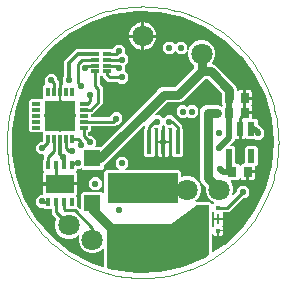
<source format=gbr>
G04 EAGLE Gerber RS-274X export*
G75*
%MOMM*%
%FSLAX35Y35*%
%LPD*%
%INcopper_bottom*%
%IPPOS*%
%AMOC8*
5,1,8,0,0,1.08239X$1,22.5*%
G01*
%ADD10C,0.010000*%
%ADD11R,0.700000X0.900000*%
%ADD12R,1.400000X1.400000*%
%ADD13R,0.400000X2.000000*%
%ADD14R,2.500000X2.500000*%
%ADD15R,0.300000X0.750000*%
%ADD16R,0.750000X0.300000*%
%ADD17R,2.400000X1.500000*%
%ADD18R,0.350000X0.650000*%
%ADD19R,6.000000X2.500000*%
%ADD20C,1.800000*%
%ADD21R,0.600000X1.200000*%
%ADD22R,0.950000X1.500000*%
%ADD23R,0.300000X0.450000*%
%ADD24R,0.230000X0.870000*%
%ADD25R,0.650000X0.300000*%
%ADD26C,0.254000*%
%ADD27C,0.553200*%
%ADD28C,0.300000*%
%ADD29C,0.500000*%
%ADD30C,0.250000*%
%ADD31C,0.800000*%

G36*
X-334784Y-1054441D02*
X-334784Y-1054441D01*
X-334259Y-1054426D01*
X-333698Y-1054199D01*
X-333107Y-1054067D01*
X-332665Y-1053782D01*
X-332178Y-1053584D01*
X-331731Y-1053177D01*
X-331222Y-1052848D01*
X-330907Y-1052425D01*
X-330519Y-1052072D01*
X-330242Y-1051534D01*
X-329879Y-1051048D01*
X-329731Y-1050543D01*
X-329491Y-1050076D01*
X-329382Y-1049353D01*
X-329247Y-1048894D01*
X-329268Y-1048596D01*
X-329210Y-1048211D01*
X-329210Y-907740D01*
X-329367Y-906866D01*
X-329459Y-905980D01*
X-329565Y-905765D01*
X-329607Y-905530D01*
X-330058Y-904766D01*
X-330453Y-903967D01*
X-330627Y-903802D01*
X-330748Y-903597D01*
X-331437Y-903037D01*
X-332085Y-902425D01*
X-332305Y-902332D01*
X-332491Y-902181D01*
X-333334Y-901896D01*
X-334152Y-901548D01*
X-334390Y-901538D01*
X-334617Y-901461D01*
X-335506Y-901486D01*
X-336394Y-901445D01*
X-336622Y-901518D01*
X-336861Y-901525D01*
X-337683Y-901858D01*
X-338533Y-902129D01*
X-338747Y-902288D01*
X-338942Y-902366D01*
X-339319Y-902710D01*
X-340049Y-903250D01*
X-359631Y-922832D01*
X-402045Y-940400D01*
X-447955Y-940400D01*
X-490369Y-922832D01*
X-522832Y-890369D01*
X-540400Y-847955D01*
X-540400Y-802045D01*
X-536038Y-791514D01*
X-535824Y-790533D01*
X-535572Y-789557D01*
X-535584Y-789437D01*
X-535559Y-789321D01*
X-535699Y-788328D01*
X-535803Y-787324D01*
X-535857Y-787216D01*
X-535873Y-787098D01*
X-536352Y-786213D01*
X-536797Y-785311D01*
X-536884Y-785229D01*
X-536941Y-785123D01*
X-537698Y-784459D01*
X-538429Y-783769D01*
X-538539Y-783723D01*
X-538629Y-783644D01*
X-539568Y-783286D01*
X-540496Y-782893D01*
X-540615Y-782887D01*
X-540727Y-782844D01*
X-541730Y-782836D01*
X-542738Y-782789D01*
X-542853Y-782826D01*
X-542972Y-782825D01*
X-543913Y-783165D01*
X-544877Y-783473D01*
X-544983Y-783552D01*
X-545083Y-783588D01*
X-545438Y-783888D01*
X-546393Y-784594D01*
X-559631Y-797832D01*
X-602045Y-815400D01*
X-647955Y-815400D01*
X-690369Y-797832D01*
X-722832Y-765369D01*
X-740400Y-722955D01*
X-740400Y-677045D01*
X-730729Y-653696D01*
X-730614Y-653171D01*
X-730403Y-652674D01*
X-730376Y-652082D01*
X-730250Y-651503D01*
X-730325Y-650970D01*
X-730300Y-650432D01*
X-730481Y-649867D01*
X-730564Y-649280D01*
X-730820Y-648807D01*
X-730984Y-648294D01*
X-731408Y-647720D01*
X-731632Y-647306D01*
X-731864Y-647102D01*
X-732105Y-646777D01*
X-770600Y-608282D01*
X-770600Y-569250D01*
X-770716Y-568605D01*
X-770735Y-567949D01*
X-770913Y-567508D01*
X-770997Y-567040D01*
X-771331Y-566476D01*
X-771576Y-565868D01*
X-771896Y-565517D01*
X-772138Y-565107D01*
X-772648Y-564693D01*
X-773089Y-564209D01*
X-773511Y-563992D01*
X-773881Y-563691D01*
X-774503Y-563480D01*
X-775084Y-563181D01*
X-775628Y-563099D01*
X-776007Y-562971D01*
X-776406Y-562982D01*
X-776950Y-562900D01*
X-825521Y-562900D01*
X-833502Y-554920D01*
X-833848Y-554679D01*
X-834131Y-554369D01*
X-834761Y-554044D01*
X-835345Y-553638D01*
X-835753Y-553533D01*
X-836126Y-553341D01*
X-837020Y-553206D01*
X-837518Y-553078D01*
X-837729Y-553100D01*
X-837991Y-553060D01*
X-871978Y-553060D01*
X-903060Y-521978D01*
X-903060Y-478021D01*
X-871978Y-446939D01*
X-847660Y-446939D01*
X-847600Y-446928D01*
X-847539Y-446938D01*
X-846502Y-446731D01*
X-845451Y-446543D01*
X-845398Y-446511D01*
X-845338Y-446499D01*
X-844433Y-445942D01*
X-843518Y-445402D01*
X-843479Y-445354D01*
X-843426Y-445322D01*
X-842773Y-444486D01*
X-842102Y-443659D01*
X-842082Y-443600D01*
X-842044Y-443552D01*
X-841724Y-442545D01*
X-841381Y-441533D01*
X-841383Y-441472D01*
X-841364Y-441413D01*
X-841415Y-440350D01*
X-841446Y-439289D01*
X-841469Y-439232D01*
X-841472Y-439171D01*
X-842162Y-437415D01*
X-843669Y-434804D01*
X-845400Y-428344D01*
X-845400Y-362698D01*
X-706351Y-362698D01*
X-705706Y-362583D01*
X-705050Y-362564D01*
X-704609Y-362386D01*
X-704142Y-362302D01*
X-703577Y-361968D01*
X-702969Y-361723D01*
X-702618Y-361403D01*
X-702208Y-361161D01*
X-701794Y-360651D01*
X-701310Y-360210D01*
X-701093Y-359788D01*
X-700793Y-359418D01*
X-700582Y-358796D01*
X-700282Y-358214D01*
X-700200Y-357671D01*
X-700072Y-357292D01*
X-700078Y-357089D01*
X-700072Y-357072D01*
X-700078Y-356858D01*
X-700002Y-356349D01*
X-700002Y-343650D01*
X-700118Y-343005D01*
X-700136Y-342349D01*
X-700314Y-341908D01*
X-700398Y-341441D01*
X-700732Y-340876D01*
X-700978Y-340268D01*
X-701298Y-339917D01*
X-701539Y-339508D01*
X-702049Y-339093D01*
X-702490Y-338610D01*
X-702912Y-338392D01*
X-703282Y-338092D01*
X-703904Y-337881D01*
X-704486Y-337581D01*
X-705029Y-337500D01*
X-705408Y-337371D01*
X-705807Y-337383D01*
X-706351Y-337301D01*
X-845400Y-337301D01*
X-845400Y-271656D01*
X-843669Y-265195D01*
X-840325Y-259403D01*
X-835597Y-254675D01*
X-835251Y-254476D01*
X-834975Y-254243D01*
X-834652Y-254083D01*
X-834123Y-253523D01*
X-833536Y-253028D01*
X-833358Y-252713D01*
X-833110Y-252451D01*
X-832809Y-251742D01*
X-832432Y-251073D01*
X-832375Y-250717D01*
X-832233Y-250384D01*
X-832198Y-249615D01*
X-832077Y-248856D01*
X-832147Y-248503D01*
X-832130Y-248142D01*
X-832365Y-247408D01*
X-832515Y-246655D01*
X-832704Y-246348D01*
X-832814Y-246004D01*
X-833426Y-245176D01*
X-833692Y-244743D01*
X-833818Y-244645D01*
X-833935Y-244487D01*
X-840400Y-238021D01*
X-840400Y-151978D01*
X-837260Y-148838D01*
X-837019Y-148492D01*
X-836709Y-148209D01*
X-836384Y-147579D01*
X-835978Y-146995D01*
X-835873Y-146587D01*
X-835681Y-146214D01*
X-835546Y-145319D01*
X-835418Y-144821D01*
X-835440Y-144610D01*
X-835400Y-144348D01*
X-835400Y-109410D01*
X-835516Y-108765D01*
X-835535Y-108109D01*
X-835713Y-107668D01*
X-835797Y-107200D01*
X-836131Y-106636D01*
X-836376Y-106028D01*
X-836696Y-105677D01*
X-836938Y-105267D01*
X-837448Y-104853D01*
X-837889Y-104369D01*
X-838311Y-104152D01*
X-838681Y-103851D01*
X-839303Y-103640D01*
X-839884Y-103341D01*
X-840428Y-103259D01*
X-840807Y-103131D01*
X-841206Y-103142D01*
X-841750Y-103060D01*
X-871978Y-103060D01*
X-903060Y-71978D01*
X-903060Y-28021D01*
X-871978Y3060D01*
X-853169Y3060D01*
X-852755Y3135D01*
X-852334Y3115D01*
X-851658Y3332D01*
X-850959Y3457D01*
X-850598Y3671D01*
X-850196Y3799D01*
X-849467Y4338D01*
X-849026Y4598D01*
X-848893Y4762D01*
X-848679Y4920D01*
X-842260Y11339D01*
X-842019Y11685D01*
X-841709Y11968D01*
X-841384Y12598D01*
X-840978Y13182D01*
X-840873Y13590D01*
X-840681Y13963D01*
X-840546Y14858D01*
X-840418Y15356D01*
X-840440Y15567D01*
X-840400Y15829D01*
X-840400Y73573D01*
X-840380Y73602D01*
X-840216Y74237D01*
X-839959Y74842D01*
X-839938Y75317D01*
X-839819Y75776D01*
X-839887Y76428D01*
X-839856Y77084D01*
X-840001Y77537D01*
X-840050Y78008D01*
X-840340Y78597D01*
X-840540Y79223D01*
X-840867Y79665D01*
X-841043Y80022D01*
X-841333Y80296D01*
X-841661Y80740D01*
X-844260Y83339D01*
X-844799Y83714D01*
X-845277Y84164D01*
X-845713Y84350D01*
X-846103Y84621D01*
X-846739Y84785D01*
X-847343Y85041D01*
X-847817Y85062D01*
X-848277Y85181D01*
X-848931Y85113D01*
X-849586Y85143D01*
X-850037Y84999D01*
X-850510Y84950D01*
X-851099Y84659D01*
X-851284Y84599D01*
X-948021Y84599D01*
X-962900Y99478D01*
X-962900Y350521D01*
X-948021Y365400D01*
X-851427Y365400D01*
X-851398Y365380D01*
X-850763Y365216D01*
X-850158Y364959D01*
X-849683Y364938D01*
X-849224Y364819D01*
X-848572Y364887D01*
X-847915Y364856D01*
X-847463Y365001D01*
X-846991Y365050D01*
X-846403Y365340D01*
X-845777Y365540D01*
X-845335Y365867D01*
X-844978Y366043D01*
X-844704Y366333D01*
X-844260Y366661D01*
X-841661Y369260D01*
X-841286Y369799D01*
X-840835Y370277D01*
X-840650Y370713D01*
X-840379Y371103D01*
X-840215Y371739D01*
X-839959Y372343D01*
X-839938Y372817D01*
X-839819Y373277D01*
X-839887Y373931D01*
X-839857Y374586D01*
X-840001Y375037D01*
X-840050Y375510D01*
X-840341Y376099D01*
X-840400Y376284D01*
X-840400Y473021D01*
X-823720Y489702D01*
X-823345Y490241D01*
X-822895Y490717D01*
X-822710Y491153D01*
X-822438Y491544D01*
X-822274Y492181D01*
X-822018Y492783D01*
X-821996Y493258D01*
X-821878Y493718D01*
X-821945Y494371D01*
X-821915Y495026D01*
X-822060Y495478D01*
X-822109Y495951D01*
X-822399Y496540D01*
X-822599Y497164D01*
X-822926Y497607D01*
X-823103Y497964D01*
X-823392Y498238D01*
X-823720Y498681D01*
X-828060Y503021D01*
X-828060Y546978D01*
X-796978Y578060D01*
X-753021Y578060D01*
X-721939Y546978D01*
X-721939Y528452D01*
X-721865Y528038D01*
X-721884Y527617D01*
X-721668Y526940D01*
X-721543Y526242D01*
X-721329Y525880D01*
X-721201Y525479D01*
X-720662Y524750D01*
X-720402Y524309D01*
X-720238Y524175D01*
X-720080Y523962D01*
X-711899Y515782D01*
X-711899Y494250D01*
X-711783Y493605D01*
X-711765Y492949D01*
X-711587Y492508D01*
X-711503Y492040D01*
X-711169Y491476D01*
X-710923Y490868D01*
X-710603Y490517D01*
X-710362Y490107D01*
X-709852Y489693D01*
X-709411Y489209D01*
X-708989Y488992D01*
X-708619Y488691D01*
X-707997Y488480D01*
X-707499Y488224D01*
X-707499Y426152D01*
X-707383Y425507D01*
X-707368Y424971D01*
X-707429Y424791D01*
X-707418Y424392D01*
X-707499Y423848D01*
X-707499Y361969D01*
X-707650Y361965D01*
X-708091Y361787D01*
X-708558Y361703D01*
X-709123Y361369D01*
X-709731Y361123D01*
X-710082Y360803D01*
X-710492Y360562D01*
X-710906Y360052D01*
X-711390Y359611D01*
X-711607Y359189D01*
X-711908Y358819D01*
X-712118Y358197D01*
X-712418Y357615D01*
X-712500Y357072D01*
X-712628Y356693D01*
X-712617Y356294D01*
X-712698Y355750D01*
X-712698Y237698D01*
X-830750Y237698D01*
X-831395Y237583D01*
X-832051Y237564D01*
X-832492Y237386D01*
X-832959Y237302D01*
X-833524Y236968D01*
X-834132Y236723D01*
X-834483Y236403D01*
X-834893Y236161D01*
X-835307Y235651D01*
X-835791Y235210D01*
X-836008Y234788D01*
X-836308Y234418D01*
X-836519Y233796D01*
X-836819Y233214D01*
X-836901Y232671D01*
X-837029Y232292D01*
X-837018Y231893D01*
X-837099Y231349D01*
X-837099Y218650D01*
X-836983Y218005D01*
X-836965Y217349D01*
X-836787Y216908D01*
X-836703Y216441D01*
X-836369Y215876D01*
X-836123Y215268D01*
X-835803Y214917D01*
X-835562Y214508D01*
X-835052Y214093D01*
X-834611Y213610D01*
X-834189Y213392D01*
X-833819Y213092D01*
X-833197Y212881D01*
X-832615Y212581D01*
X-832072Y212500D01*
X-831693Y212371D01*
X-831294Y212383D01*
X-830750Y212301D01*
X-712698Y212301D01*
X-712698Y94250D01*
X-712583Y93605D01*
X-712564Y92949D01*
X-712386Y92508D01*
X-712302Y92040D01*
X-711968Y91476D01*
X-711723Y90868D01*
X-711403Y90517D01*
X-711161Y90107D01*
X-710651Y89693D01*
X-710210Y89209D01*
X-709788Y88992D01*
X-709418Y88691D01*
X-708796Y88480D01*
X-708214Y88181D01*
X-707671Y88099D01*
X-707292Y87971D01*
X-706893Y87982D01*
X-706349Y87900D01*
X-693650Y87900D01*
X-693005Y88016D01*
X-692349Y88035D01*
X-691908Y88213D01*
X-691441Y88297D01*
X-690876Y88631D01*
X-690268Y88876D01*
X-689917Y89196D01*
X-689508Y89438D01*
X-689093Y89948D01*
X-688610Y90389D01*
X-688392Y90811D01*
X-688092Y91181D01*
X-687881Y91803D01*
X-687581Y92384D01*
X-687500Y92928D01*
X-687371Y93307D01*
X-687383Y93700D01*
X-687371Y93733D01*
X-687373Y93774D01*
X-687301Y94250D01*
X-687301Y212301D01*
X-569250Y212301D01*
X-568605Y212417D01*
X-567949Y212436D01*
X-567508Y212614D01*
X-567040Y212698D01*
X-566476Y213031D01*
X-565868Y213277D01*
X-565517Y213597D01*
X-565107Y213839D01*
X-564693Y214348D01*
X-564209Y214790D01*
X-563992Y215212D01*
X-563691Y215581D01*
X-563480Y216204D01*
X-563181Y216785D01*
X-563099Y217329D01*
X-562971Y217707D01*
X-562982Y218106D01*
X-562900Y218650D01*
X-562900Y231349D01*
X-563016Y231994D01*
X-563035Y232650D01*
X-563213Y233091D01*
X-563297Y233558D01*
X-563631Y234123D01*
X-563876Y234731D01*
X-564196Y235082D01*
X-564438Y235492D01*
X-564948Y235906D01*
X-565389Y236390D01*
X-565811Y236607D01*
X-566181Y236908D01*
X-566803Y237118D01*
X-567384Y237418D01*
X-567928Y237500D01*
X-568307Y237628D01*
X-568706Y237617D01*
X-569250Y237698D01*
X-687301Y237698D01*
X-687301Y355750D01*
X-687417Y356395D01*
X-687436Y357051D01*
X-687614Y357492D01*
X-687698Y357959D01*
X-688031Y358524D01*
X-688277Y359132D01*
X-688597Y359483D01*
X-688839Y359893D01*
X-689348Y360307D01*
X-689790Y360791D01*
X-690212Y361008D01*
X-690581Y361308D01*
X-691204Y361519D01*
X-691785Y361819D01*
X-692329Y361901D01*
X-692500Y361959D01*
X-692500Y423848D01*
X-692616Y424493D01*
X-692631Y425029D01*
X-692570Y425209D01*
X-692582Y425608D01*
X-692500Y426152D01*
X-692500Y487900D01*
X-681655Y487900D01*
X-680359Y487553D01*
X-680238Y487543D01*
X-680125Y487495D01*
X-679118Y487448D01*
X-678122Y487364D01*
X-678005Y487397D01*
X-677883Y487391D01*
X-676922Y487698D01*
X-675959Y487966D01*
X-675861Y488037D01*
X-675744Y488074D01*
X-674227Y489195D01*
X-673721Y489700D01*
X-673346Y490240D01*
X-672895Y490717D01*
X-672710Y491153D01*
X-672439Y491543D01*
X-672275Y492179D01*
X-672018Y492783D01*
X-671996Y493257D01*
X-671878Y493717D01*
X-671945Y494369D01*
X-671915Y495026D01*
X-672060Y495478D01*
X-672108Y495949D01*
X-672399Y496538D01*
X-672599Y497164D01*
X-672926Y497606D01*
X-673102Y497963D01*
X-673392Y498237D01*
X-673720Y498681D01*
X-678060Y503021D01*
X-678060Y546978D01*
X-667260Y557779D01*
X-667019Y558125D01*
X-666709Y558408D01*
X-666384Y559038D01*
X-665978Y559622D01*
X-665873Y560030D01*
X-665681Y560403D01*
X-665546Y561298D01*
X-665418Y561796D01*
X-665440Y562007D01*
X-665400Y562268D01*
X-665400Y686734D01*
X-561734Y790400D01*
X-356978Y790400D01*
X-354490Y787912D01*
X-353953Y787538D01*
X-353475Y787087D01*
X-353036Y786901D01*
X-352647Y786630D01*
X-352012Y786466D01*
X-351408Y786210D01*
X-350934Y786188D01*
X-350473Y786069D01*
X-349820Y786137D01*
X-349166Y786107D01*
X-348713Y786251D01*
X-348240Y786300D01*
X-347652Y786591D01*
X-347028Y786790D01*
X-346584Y787118D01*
X-346227Y787294D01*
X-345954Y787584D01*
X-345510Y787911D01*
X-343021Y790400D01*
X-259410Y790400D01*
X-258765Y790516D01*
X-258109Y790535D01*
X-257668Y790713D01*
X-257200Y790797D01*
X-256636Y791131D01*
X-256028Y791376D01*
X-255677Y791696D01*
X-255267Y791938D01*
X-254853Y792448D01*
X-254369Y792889D01*
X-254152Y793311D01*
X-253851Y793681D01*
X-253640Y794303D01*
X-253341Y794884D01*
X-253259Y795428D01*
X-253131Y795807D01*
X-253142Y796206D01*
X-253060Y796750D01*
X-253060Y796978D01*
X-221978Y828060D01*
X-178021Y828060D01*
X-146939Y796978D01*
X-146939Y751958D01*
X-147173Y751408D01*
X-147195Y750933D01*
X-147313Y750473D01*
X-147246Y749820D01*
X-147276Y749165D01*
X-147131Y748713D01*
X-147082Y748240D01*
X-146792Y747652D01*
X-146592Y747027D01*
X-146265Y746584D01*
X-146088Y746227D01*
X-145798Y745953D01*
X-145471Y745510D01*
X-121939Y721978D01*
X-121939Y678021D01*
X-145471Y654489D01*
X-145847Y653950D01*
X-146297Y653472D01*
X-146482Y653036D01*
X-146753Y652646D01*
X-146917Y652010D01*
X-147173Y651405D01*
X-147195Y650932D01*
X-147313Y650473D01*
X-147246Y649819D01*
X-147276Y649163D01*
X-147131Y648711D01*
X-147082Y648240D01*
X-146939Y647950D01*
X-146939Y601958D01*
X-147173Y601408D01*
X-147195Y600934D01*
X-147313Y600475D01*
X-147246Y599822D01*
X-147276Y599166D01*
X-147132Y598714D01*
X-147083Y598243D01*
X-146793Y597654D01*
X-146592Y597028D01*
X-146265Y596585D01*
X-146090Y596229D01*
X-145800Y595955D01*
X-145471Y595510D01*
X-121939Y571978D01*
X-121939Y528021D01*
X-153021Y496939D01*
X-196978Y496939D01*
X-210279Y510240D01*
X-210625Y510480D01*
X-210908Y510791D01*
X-211538Y511115D01*
X-212122Y511522D01*
X-212530Y511627D01*
X-212903Y511819D01*
X-213798Y511953D01*
X-214296Y512082D01*
X-214507Y512060D01*
X-214768Y512099D01*
X-295699Y512099D01*
X-338032Y554432D01*
X-338035Y554551D01*
X-338213Y554992D01*
X-338297Y555459D01*
X-338631Y556024D01*
X-338876Y556632D01*
X-339196Y556983D01*
X-339438Y557393D01*
X-339948Y557807D01*
X-340389Y558291D01*
X-340811Y558508D01*
X-341181Y558808D01*
X-341803Y559019D01*
X-342384Y559319D01*
X-342804Y559382D01*
X-345510Y562088D01*
X-346049Y562463D01*
X-346526Y562913D01*
X-346963Y563099D01*
X-347353Y563370D01*
X-347989Y563534D01*
X-348592Y563790D01*
X-349066Y563812D01*
X-349527Y563931D01*
X-350180Y563863D01*
X-350835Y563893D01*
X-351287Y563748D01*
X-351760Y563699D01*
X-352349Y563409D01*
X-352973Y563209D01*
X-353415Y562883D01*
X-353773Y562706D01*
X-354048Y562415D01*
X-354490Y562088D01*
X-357291Y559287D01*
X-357292Y559287D01*
X-357759Y559203D01*
X-358324Y558869D01*
X-358932Y558623D01*
X-359283Y558303D01*
X-359693Y558062D01*
X-360107Y557552D01*
X-360591Y557111D01*
X-360808Y556689D01*
X-361108Y556319D01*
X-361319Y555697D01*
X-361619Y555115D01*
X-361701Y554572D01*
X-361829Y554193D01*
X-361818Y553794D01*
X-361899Y553250D01*
X-361899Y493411D01*
X-361825Y492998D01*
X-361844Y492577D01*
X-361628Y491900D01*
X-361503Y491202D01*
X-361289Y490840D01*
X-361161Y490438D01*
X-360621Y489709D01*
X-360362Y489268D01*
X-360198Y489135D01*
X-360040Y488922D01*
X-336899Y465782D01*
X-336899Y324218D01*
X-400040Y261078D01*
X-400040Y261077D01*
X-424218Y236899D01*
X-430750Y236899D01*
X-431395Y236783D01*
X-432051Y236765D01*
X-432492Y236587D01*
X-432959Y236503D01*
X-433524Y236169D01*
X-434132Y235923D01*
X-434483Y235603D01*
X-434893Y235362D01*
X-435307Y234852D01*
X-435791Y234411D01*
X-436008Y233989D01*
X-436308Y233619D01*
X-436519Y232997D01*
X-436819Y232415D01*
X-436901Y231872D01*
X-437029Y231493D01*
X-437018Y231094D01*
X-437099Y230550D01*
X-437099Y219450D01*
X-436983Y218805D01*
X-436965Y218149D01*
X-436786Y217707D01*
X-436703Y217240D01*
X-436369Y216676D01*
X-436123Y216068D01*
X-435803Y215717D01*
X-435562Y215307D01*
X-435052Y214893D01*
X-434611Y214409D01*
X-434189Y214192D01*
X-433819Y213891D01*
X-433197Y213680D01*
X-432615Y213381D01*
X-432072Y213299D01*
X-431693Y213171D01*
X-431294Y213182D01*
X-430750Y213100D01*
X-284410Y213100D01*
X-283765Y213216D01*
X-283109Y213235D01*
X-282668Y213413D01*
X-282200Y213497D01*
X-281636Y213831D01*
X-281028Y214076D01*
X-280677Y214396D01*
X-280267Y214638D01*
X-279853Y215148D01*
X-279369Y215589D01*
X-279152Y216011D01*
X-278851Y216381D01*
X-278640Y217003D01*
X-278341Y217584D01*
X-278259Y218128D01*
X-278131Y218507D01*
X-278142Y218906D01*
X-278060Y219450D01*
X-278060Y221978D01*
X-246978Y253060D01*
X-203021Y253060D01*
X-171939Y221978D01*
X-171939Y178021D01*
X-203021Y146939D01*
X-221548Y146939D01*
X-221962Y146865D01*
X-222383Y146884D01*
X-223059Y146668D01*
X-223758Y146543D01*
X-224119Y146329D01*
X-224521Y146201D01*
X-225250Y145662D01*
X-225691Y145402D01*
X-225824Y145238D01*
X-226038Y145080D01*
X-234218Y136899D01*
X-430750Y136899D01*
X-431395Y136783D01*
X-432051Y136765D01*
X-432492Y136587D01*
X-432959Y136503D01*
X-433524Y136169D01*
X-434132Y135923D01*
X-434483Y135603D01*
X-434893Y135362D01*
X-435307Y134852D01*
X-435791Y134411D01*
X-436008Y133989D01*
X-436308Y133619D01*
X-436519Y132997D01*
X-436819Y132415D01*
X-436901Y131872D01*
X-437029Y131493D01*
X-437018Y131094D01*
X-437099Y130550D01*
X-437099Y99478D01*
X-451978Y84599D01*
X-455750Y84599D01*
X-456395Y84483D01*
X-457051Y84465D01*
X-457492Y84287D01*
X-457959Y84203D01*
X-458524Y83869D01*
X-459132Y83623D01*
X-459483Y83303D01*
X-459893Y83062D01*
X-460307Y82552D01*
X-460791Y82111D01*
X-461008Y81689D01*
X-461308Y81319D01*
X-461519Y80697D01*
X-461819Y80115D01*
X-461901Y79572D01*
X-462029Y79193D01*
X-462018Y78794D01*
X-462099Y78250D01*
X-462099Y68329D01*
X-462025Y67915D01*
X-462044Y67494D01*
X-461828Y66818D01*
X-461703Y66119D01*
X-461489Y65758D01*
X-461361Y65356D01*
X-460822Y64627D01*
X-460562Y64186D01*
X-460398Y64053D01*
X-460240Y63839D01*
X-451321Y54920D01*
X-450975Y54679D01*
X-450692Y54369D01*
X-450062Y54044D01*
X-449478Y53638D01*
X-449069Y53533D01*
X-448696Y53341D01*
X-447802Y53206D01*
X-447304Y53078D01*
X-447093Y53100D01*
X-446831Y53060D01*
X-428021Y53060D01*
X-396939Y21978D01*
X-396939Y-21978D01*
X-403722Y-28760D01*
X-404229Y-29490D01*
X-404790Y-30181D01*
X-404867Y-30408D01*
X-405003Y-30603D01*
X-405225Y-31463D01*
X-405511Y-32307D01*
X-405504Y-32546D01*
X-405564Y-32777D01*
X-405472Y-33663D01*
X-405447Y-34551D01*
X-405357Y-34772D01*
X-405333Y-35010D01*
X-404938Y-35809D01*
X-404605Y-36632D01*
X-404445Y-36808D01*
X-404339Y-37023D01*
X-403690Y-37635D01*
X-403093Y-38291D01*
X-402881Y-38400D01*
X-402707Y-38564D01*
X-401885Y-38913D01*
X-401097Y-39319D01*
X-400835Y-39358D01*
X-400640Y-39441D01*
X-400127Y-39465D01*
X-399232Y-39599D01*
X-359719Y-39599D01*
X-359306Y-39525D01*
X-358885Y-39544D01*
X-358208Y-39328D01*
X-357510Y-39203D01*
X-357148Y-38989D01*
X-356747Y-38861D01*
X-356018Y-38322D01*
X-355577Y-38062D01*
X-355443Y-37898D01*
X-355230Y-37740D01*
X121163Y438653D01*
X140454Y457944D01*
X164490Y467900D01*
X272780Y467900D01*
X273194Y467975D01*
X273614Y467955D01*
X274291Y468172D01*
X274989Y468297D01*
X275351Y468511D01*
X275753Y468639D01*
X276482Y469178D01*
X276923Y469438D01*
X277056Y469602D01*
X277270Y469760D01*
X432740Y625230D01*
X432980Y625576D01*
X433291Y625859D01*
X433615Y626489D01*
X434022Y627073D01*
X434127Y627481D01*
X434319Y627854D01*
X434453Y628749D01*
X434582Y629247D01*
X434560Y629458D01*
X434599Y629720D01*
X434599Y649569D01*
X434525Y649983D01*
X434544Y650404D01*
X434328Y651081D01*
X434203Y651779D01*
X433989Y652141D01*
X433861Y652542D01*
X433322Y653271D01*
X433062Y653712D01*
X432898Y653846D01*
X432740Y654059D01*
X402168Y684631D01*
X384599Y727045D01*
X384599Y769232D01*
X384443Y770106D01*
X384351Y770992D01*
X384245Y771207D01*
X384203Y771441D01*
X383752Y772205D01*
X383357Y773005D01*
X383183Y773170D01*
X383062Y773375D01*
X382373Y773934D01*
X381725Y774546D01*
X381504Y774640D01*
X381319Y774790D01*
X380476Y775076D01*
X379658Y775423D01*
X379420Y775434D01*
X379193Y775511D01*
X378303Y775485D01*
X377416Y775526D01*
X377188Y775453D01*
X376949Y775447D01*
X376126Y775114D01*
X375277Y774843D01*
X375063Y774684D01*
X374868Y774605D01*
X374491Y774261D01*
X373760Y773722D01*
X346978Y746939D01*
X303021Y746939D01*
X279489Y770471D01*
X278952Y770845D01*
X278474Y771296D01*
X278037Y771482D01*
X277646Y771753D01*
X277011Y771917D01*
X276408Y772173D01*
X275933Y772195D01*
X275473Y772313D01*
X274820Y772246D01*
X274165Y772276D01*
X273713Y772131D01*
X273240Y772082D01*
X272652Y771792D01*
X272027Y771592D01*
X271584Y771265D01*
X271227Y771088D01*
X270953Y770798D01*
X270510Y770471D01*
X246978Y746939D01*
X203021Y746939D01*
X171939Y778021D01*
X171939Y821978D01*
X203021Y853060D01*
X246978Y853060D01*
X270510Y829528D01*
X271048Y829154D01*
X271525Y828704D01*
X271962Y828518D01*
X272353Y828247D01*
X272989Y828083D01*
X273592Y827827D01*
X274066Y827805D01*
X274527Y827686D01*
X275180Y827754D01*
X275834Y827724D01*
X276287Y827868D01*
X276760Y827918D01*
X277348Y828208D01*
X277972Y828408D01*
X278415Y828735D01*
X278773Y828911D01*
X279047Y829202D01*
X279489Y829528D01*
X303021Y853060D01*
X346978Y853060D01*
X378060Y821978D01*
X378060Y789088D01*
X378238Y788097D01*
X378379Y787101D01*
X378436Y786996D01*
X378457Y786878D01*
X378969Y786011D01*
X379447Y785127D01*
X379537Y785048D01*
X379598Y784945D01*
X380381Y784308D01*
X381136Y783648D01*
X381247Y783605D01*
X381341Y783529D01*
X382299Y783204D01*
X383233Y782848D01*
X383353Y782847D01*
X383467Y782808D01*
X384476Y782838D01*
X385478Y782829D01*
X385591Y782869D01*
X385711Y782873D01*
X386642Y783249D01*
X387589Y783592D01*
X387681Y783669D01*
X387792Y783714D01*
X388531Y784388D01*
X389303Y785042D01*
X389371Y785155D01*
X389450Y785227D01*
X389663Y785641D01*
X390276Y786658D01*
X402168Y815369D01*
X434631Y847832D01*
X477045Y865400D01*
X522955Y865400D01*
X565369Y847832D01*
X597832Y815369D01*
X615400Y772955D01*
X615400Y727045D01*
X597832Y684631D01*
X588076Y674875D01*
X587634Y674240D01*
X587125Y673659D01*
X586998Y673326D01*
X586794Y673032D01*
X586601Y672283D01*
X586326Y671562D01*
X586323Y671205D01*
X586233Y670858D01*
X586313Y670088D01*
X586307Y669317D01*
X586428Y668981D01*
X586465Y668625D01*
X586807Y667933D01*
X587069Y667206D01*
X587300Y666933D01*
X587458Y666613D01*
X588020Y666082D01*
X588519Y665492D01*
X588865Y665284D01*
X589091Y665071D01*
X589526Y664886D01*
X590136Y664519D01*
X612046Y655444D01*
X631336Y636154D01*
X631337Y636153D01*
X771153Y496337D01*
X771154Y496336D01*
X790444Y477046D01*
X800400Y453009D01*
X800400Y441650D01*
X800557Y440777D01*
X800649Y439890D01*
X800755Y439675D01*
X800797Y439441D01*
X801249Y438676D01*
X801643Y437877D01*
X801817Y437713D01*
X801938Y437508D01*
X802629Y436946D01*
X803275Y436336D01*
X803495Y436243D01*
X803681Y436092D01*
X804525Y435806D01*
X805342Y435459D01*
X805580Y435448D01*
X805807Y435371D01*
X806696Y435397D01*
X807584Y435356D01*
X807812Y435429D01*
X808051Y435436D01*
X808875Y435769D01*
X809723Y436040D01*
X809936Y436198D01*
X810132Y436277D01*
X810510Y436622D01*
X811240Y437161D01*
X814404Y440325D01*
X820195Y443669D01*
X826656Y445400D01*
X852301Y445400D01*
X852301Y381351D01*
X852417Y380706D01*
X852436Y380050D01*
X852614Y379609D01*
X852698Y379142D01*
X853031Y378577D01*
X853277Y377969D01*
X853597Y377618D01*
X853839Y377208D01*
X854348Y376794D01*
X854790Y376310D01*
X855212Y376093D01*
X855581Y375793D01*
X856204Y375582D01*
X856785Y375282D01*
X857329Y375200D01*
X857707Y375072D01*
X858106Y375083D01*
X858650Y375002D01*
X865002Y375002D01*
X865002Y374998D01*
X858650Y374998D01*
X858005Y374882D01*
X857349Y374863D01*
X856908Y374685D01*
X856441Y374601D01*
X855876Y374268D01*
X855268Y374022D01*
X854917Y373702D01*
X854508Y373460D01*
X854093Y372951D01*
X853610Y372509D01*
X853392Y372088D01*
X853092Y371718D01*
X852881Y371095D01*
X852581Y370514D01*
X852500Y369970D01*
X852371Y369592D01*
X852383Y369193D01*
X852301Y368649D01*
X852301Y256351D01*
X852417Y255706D01*
X852436Y255050D01*
X852614Y254609D01*
X852698Y254142D01*
X853031Y253577D01*
X853277Y252969D01*
X853597Y252618D01*
X853839Y252208D01*
X854348Y251794D01*
X854790Y251310D01*
X855212Y251093D01*
X855581Y250793D01*
X856204Y250582D01*
X856785Y250282D01*
X857329Y250200D01*
X857707Y250072D01*
X858106Y250083D01*
X858650Y250002D01*
X865002Y250002D01*
X865002Y243650D01*
X865118Y243005D01*
X865136Y242349D01*
X865314Y241908D01*
X865398Y241441D01*
X865732Y240876D01*
X865978Y240268D01*
X866298Y239917D01*
X866539Y239508D01*
X867049Y239093D01*
X867490Y238610D01*
X867912Y238392D01*
X868282Y238092D01*
X868904Y237881D01*
X869486Y237581D01*
X870029Y237500D01*
X870408Y237371D01*
X870807Y237383D01*
X871351Y237301D01*
X925400Y237301D01*
X925400Y206750D01*
X925516Y206105D01*
X925535Y205449D01*
X925713Y205008D01*
X925797Y204540D01*
X926130Y203976D01*
X926376Y203368D01*
X926696Y203017D01*
X926938Y202607D01*
X927448Y202193D01*
X927889Y201709D01*
X928311Y201492D01*
X928680Y201191D01*
X929303Y200980D01*
X929884Y200681D01*
X930428Y200599D01*
X930806Y200471D01*
X931205Y200482D01*
X931749Y200400D01*
X960521Y200400D01*
X975400Y185521D01*
X975400Y158506D01*
X975475Y158093D01*
X975455Y157672D01*
X975672Y156995D01*
X975797Y156297D01*
X976011Y155935D01*
X976139Y155533D01*
X976678Y154804D01*
X976938Y154363D01*
X977102Y154230D01*
X977260Y154017D01*
X994017Y137260D01*
X1025400Y105877D01*
X1025400Y102268D01*
X1025475Y101855D01*
X1025455Y101434D01*
X1025672Y100757D01*
X1025797Y100059D01*
X1026011Y99697D01*
X1026139Y99296D01*
X1026678Y98567D01*
X1026938Y98126D01*
X1027102Y97992D01*
X1027260Y97779D01*
X1028060Y96978D01*
X1028060Y53021D01*
X996978Y21939D01*
X953021Y21939D01*
X947221Y27740D01*
X946875Y27980D01*
X946592Y28291D01*
X945962Y28616D01*
X945378Y29021D01*
X944971Y29127D01*
X944597Y29319D01*
X943703Y29453D01*
X943205Y29582D01*
X942993Y29560D01*
X942732Y29599D01*
X879478Y29599D01*
X876455Y32623D01*
X875677Y33164D01*
X874928Y33749D01*
X874758Y33803D01*
X874612Y33905D01*
X873694Y34142D01*
X872788Y34429D01*
X872611Y34421D01*
X872438Y34465D01*
X871494Y34368D01*
X870546Y34322D01*
X870363Y34250D01*
X870205Y34234D01*
X869751Y34010D01*
X868790Y33632D01*
X864804Y31330D01*
X858344Y29599D01*
X837698Y29599D01*
X837698Y108649D01*
X837583Y109294D01*
X837564Y109950D01*
X837386Y110391D01*
X837302Y110858D01*
X836968Y111423D01*
X836723Y112031D01*
X836403Y112382D01*
X836161Y112792D01*
X835651Y113206D01*
X835210Y113689D01*
X834788Y113907D01*
X834418Y114207D01*
X833796Y114418D01*
X833214Y114718D01*
X832671Y114799D01*
X832292Y114928D01*
X831893Y114916D01*
X831349Y114998D01*
X818650Y114998D01*
X818005Y114882D01*
X817349Y114863D01*
X816908Y114685D01*
X816441Y114601D01*
X815876Y114268D01*
X815268Y114022D01*
X814917Y113702D01*
X814508Y113460D01*
X814093Y112951D01*
X813610Y112509D01*
X813392Y112088D01*
X813092Y111718D01*
X812881Y111095D01*
X812581Y110514D01*
X812500Y109970D01*
X812371Y109592D01*
X812383Y109193D01*
X812301Y108649D01*
X812301Y29599D01*
X791656Y29599D01*
X788393Y30474D01*
X788034Y30504D01*
X787693Y30620D01*
X786923Y30598D01*
X786156Y30662D01*
X785809Y30566D01*
X785449Y30555D01*
X784736Y30267D01*
X783993Y30061D01*
X783701Y29849D01*
X783368Y29714D01*
X782799Y29196D01*
X782175Y28744D01*
X781975Y28444D01*
X781709Y28201D01*
X781357Y27518D01*
X780929Y26877D01*
X780845Y26525D01*
X780681Y26206D01*
X780528Y25188D01*
X780410Y24693D01*
X780429Y24534D01*
X780400Y24341D01*
X780400Y17763D01*
X743877Y-18760D01*
X743368Y-19491D01*
X742808Y-20181D01*
X742732Y-20407D01*
X742595Y-20603D01*
X742373Y-21465D01*
X742088Y-22307D01*
X742094Y-22546D01*
X742035Y-22777D01*
X742126Y-23663D01*
X742152Y-24551D01*
X742241Y-24772D01*
X742266Y-25010D01*
X742661Y-25809D01*
X742993Y-26632D01*
X743153Y-26808D01*
X743260Y-27023D01*
X743909Y-27637D01*
X744506Y-28291D01*
X744718Y-28400D01*
X744892Y-28564D01*
X745713Y-28913D01*
X746501Y-29319D01*
X746763Y-29358D01*
X746958Y-29441D01*
X747471Y-29465D01*
X748367Y-29599D01*
X770521Y-29599D01*
X785400Y-44478D01*
X785400Y-173250D01*
X785516Y-173895D01*
X785535Y-174551D01*
X785713Y-174992D01*
X785797Y-175459D01*
X786131Y-176024D01*
X786376Y-176632D01*
X786696Y-176983D01*
X786938Y-177393D01*
X787448Y-177807D01*
X787889Y-178291D01*
X788311Y-178508D01*
X788681Y-178808D01*
X789303Y-179019D01*
X789884Y-179319D01*
X790428Y-179401D01*
X790807Y-179529D01*
X791206Y-179518D01*
X791750Y-179599D01*
X805521Y-179599D01*
X821741Y-195819D01*
X822019Y-196013D01*
X822086Y-196086D01*
X822094Y-196090D01*
X822275Y-196296D01*
X822952Y-196662D01*
X823584Y-197101D01*
X823934Y-197191D01*
X824250Y-197362D01*
X825011Y-197469D01*
X825758Y-197662D01*
X826117Y-197624D01*
X826473Y-197674D01*
X827224Y-197510D01*
X827991Y-197430D01*
X828315Y-197271D01*
X828666Y-197193D01*
X829312Y-196778D01*
X830004Y-196437D01*
X830252Y-196174D01*
X830554Y-195980D01*
X831196Y-195174D01*
X831545Y-194804D01*
X831608Y-194658D01*
X831730Y-194504D01*
X834675Y-189403D01*
X839403Y-184675D01*
X845195Y-181331D01*
X851656Y-179599D01*
X858250Y-179599D01*
X858895Y-179483D01*
X859551Y-179465D01*
X859992Y-179287D01*
X860459Y-179203D01*
X861024Y-178869D01*
X861632Y-178623D01*
X861983Y-178303D01*
X862393Y-178062D01*
X862807Y-177552D01*
X863291Y-177111D01*
X863508Y-176689D01*
X863808Y-176319D01*
X864019Y-175697D01*
X864319Y-175115D01*
X864401Y-174572D01*
X864529Y-174193D01*
X864518Y-173794D01*
X864599Y-173250D01*
X864599Y-44478D01*
X879478Y-29599D01*
X960521Y-29599D01*
X975400Y-44478D01*
X975400Y-185521D01*
X960521Y-200400D01*
X956750Y-200400D01*
X956105Y-200516D01*
X955449Y-200535D01*
X955008Y-200713D01*
X954540Y-200797D01*
X953976Y-201131D01*
X953368Y-201376D01*
X953017Y-201696D01*
X952607Y-201938D01*
X952193Y-202448D01*
X951709Y-202889D01*
X951492Y-203311D01*
X951191Y-203681D01*
X950980Y-204303D01*
X950681Y-204884D01*
X950599Y-205428D01*
X950471Y-205807D01*
X950482Y-206206D01*
X950400Y-206750D01*
X950400Y-237301D01*
X896351Y-237301D01*
X895706Y-237417D01*
X895050Y-237436D01*
X894609Y-237614D01*
X894142Y-237698D01*
X893577Y-238031D01*
X892969Y-238277D01*
X892618Y-238597D01*
X892208Y-238839D01*
X891794Y-239348D01*
X891310Y-239790D01*
X891093Y-240212D01*
X890793Y-240581D01*
X890582Y-241204D01*
X890282Y-241785D01*
X890200Y-242329D01*
X890072Y-242707D01*
X890083Y-243106D01*
X890002Y-243650D01*
X890002Y-250002D01*
X883650Y-250002D01*
X883005Y-250118D01*
X882349Y-250136D01*
X881908Y-250314D01*
X881441Y-250398D01*
X880876Y-250732D01*
X880268Y-250978D01*
X879917Y-251298D01*
X879508Y-251539D01*
X879093Y-252049D01*
X878610Y-252490D01*
X878392Y-252912D01*
X878092Y-253282D01*
X877881Y-253904D01*
X877581Y-254486D01*
X877500Y-255029D01*
X877371Y-255408D01*
X877383Y-255807D01*
X877301Y-256351D01*
X877301Y-320400D01*
X851656Y-320400D01*
X845195Y-318669D01*
X839403Y-315325D01*
X834675Y-310596D01*
X831730Y-305495D01*
X831498Y-305220D01*
X831338Y-304897D01*
X830777Y-304368D01*
X830281Y-303780D01*
X829968Y-303603D01*
X829706Y-303356D01*
X828996Y-303054D01*
X828327Y-302677D01*
X827971Y-302620D01*
X827639Y-302479D01*
X826869Y-302443D01*
X826110Y-302322D01*
X825757Y-302392D01*
X825397Y-302376D01*
X824663Y-302610D01*
X823908Y-302761D01*
X823601Y-302950D01*
X823258Y-303059D01*
X822428Y-303673D01*
X821997Y-303938D01*
X821900Y-304063D01*
X821741Y-304180D01*
X805521Y-320400D01*
X748930Y-320400D01*
X748056Y-320557D01*
X747169Y-320649D01*
X746955Y-320755D01*
X746720Y-320797D01*
X745955Y-321249D01*
X745157Y-321643D01*
X744993Y-321817D01*
X744787Y-321938D01*
X744226Y-322629D01*
X743615Y-323275D01*
X743522Y-323495D01*
X743371Y-323681D01*
X743085Y-324525D01*
X742738Y-325342D01*
X742728Y-325580D01*
X742651Y-325807D01*
X742676Y-326696D01*
X742635Y-327584D01*
X742708Y-327812D01*
X742715Y-328051D01*
X743048Y-328875D01*
X743319Y-329723D01*
X743477Y-329936D01*
X743556Y-330132D01*
X743901Y-330510D01*
X744440Y-331240D01*
X747832Y-334631D01*
X765400Y-377045D01*
X765400Y-422955D01*
X757984Y-440858D01*
X757770Y-441838D01*
X757518Y-442816D01*
X757531Y-442935D01*
X757505Y-443052D01*
X757645Y-444045D01*
X757749Y-445048D01*
X757803Y-445156D01*
X757819Y-445275D01*
X758297Y-446158D01*
X758743Y-447062D01*
X758830Y-447144D01*
X758887Y-447249D01*
X759641Y-447909D01*
X760375Y-448603D01*
X760486Y-448650D01*
X760576Y-448728D01*
X761513Y-449086D01*
X762442Y-449480D01*
X762562Y-449485D01*
X762673Y-449528D01*
X763677Y-449537D01*
X764684Y-449583D01*
X764799Y-449546D01*
X764918Y-449547D01*
X765862Y-449206D01*
X766823Y-448899D01*
X766928Y-448821D01*
X767030Y-448784D01*
X767386Y-448483D01*
X768340Y-447778D01*
X795080Y-421038D01*
X795320Y-420692D01*
X795631Y-420409D01*
X795955Y-419779D01*
X796362Y-419195D01*
X796467Y-418787D01*
X796659Y-418413D01*
X796793Y-417519D01*
X796922Y-417021D01*
X796900Y-416810D01*
X796939Y-416548D01*
X796939Y-398021D01*
X828021Y-366939D01*
X871978Y-366939D01*
X903060Y-398021D01*
X903060Y-441978D01*
X871978Y-473060D01*
X853452Y-473060D01*
X853038Y-473135D01*
X852617Y-473115D01*
X851940Y-473332D01*
X851242Y-473457D01*
X850880Y-473671D01*
X850479Y-473799D01*
X849750Y-474338D01*
X849309Y-474598D01*
X849175Y-474762D01*
X848962Y-474920D01*
X733282Y-590600D01*
X683311Y-590600D01*
X682956Y-590664D01*
X682596Y-590641D01*
X681858Y-590861D01*
X681101Y-590997D01*
X680792Y-591180D01*
X680445Y-591283D01*
X679829Y-591748D01*
X679168Y-592138D01*
X678941Y-592418D01*
X678653Y-592635D01*
X678238Y-593283D01*
X677752Y-593881D01*
X677637Y-594222D01*
X677442Y-594525D01*
X677279Y-595278D01*
X677032Y-596007D01*
X677042Y-596367D01*
X676965Y-596719D01*
X677082Y-597744D01*
X677096Y-598251D01*
X677155Y-598398D01*
X677178Y-598593D01*
X678400Y-603156D01*
X678400Y-643649D01*
X641503Y-643649D01*
X641500Y-643649D01*
X641497Y-643649D01*
X604599Y-643649D01*
X604599Y-603156D01*
X605898Y-598309D01*
X605908Y-598187D01*
X605956Y-598074D01*
X606002Y-597073D01*
X606087Y-596073D01*
X606054Y-595954D01*
X606059Y-595832D01*
X605753Y-594875D01*
X605485Y-593910D01*
X605413Y-593810D01*
X605376Y-593693D01*
X604255Y-592176D01*
X599049Y-586971D01*
X598319Y-586463D01*
X597629Y-585902D01*
X597402Y-585825D01*
X597206Y-585689D01*
X596345Y-585467D01*
X595503Y-585182D01*
X595264Y-585188D01*
X595033Y-585129D01*
X594147Y-585220D01*
X593259Y-585246D01*
X593038Y-585335D01*
X592800Y-585360D01*
X592000Y-585755D01*
X591178Y-586087D01*
X591002Y-586248D01*
X590787Y-586354D01*
X590173Y-587003D01*
X589519Y-587600D01*
X589410Y-587812D01*
X589245Y-587986D01*
X588897Y-588807D01*
X588491Y-589595D01*
X588451Y-589857D01*
X588368Y-590053D01*
X588345Y-590565D01*
X588210Y-591461D01*
X588210Y-710760D01*
X588316Y-711347D01*
X588321Y-711943D01*
X588513Y-712443D01*
X588607Y-712970D01*
X588910Y-713482D01*
X589123Y-714039D01*
X589476Y-714443D01*
X589748Y-714903D01*
X590210Y-715278D01*
X590603Y-715727D01*
X591075Y-715981D01*
X591491Y-716319D01*
X592055Y-716510D01*
X592579Y-716793D01*
X593108Y-716867D01*
X593617Y-717039D01*
X594213Y-717022D01*
X594802Y-717105D01*
X595325Y-716990D01*
X595861Y-716975D01*
X596413Y-716752D01*
X596995Y-716624D01*
X597445Y-716334D01*
X597942Y-716134D01*
X598382Y-715733D01*
X598883Y-715410D01*
X599277Y-714916D01*
X599600Y-714621D01*
X599762Y-714307D01*
X600058Y-713935D01*
X602675Y-709403D01*
X604255Y-707823D01*
X604325Y-707723D01*
X604423Y-707649D01*
X604963Y-706806D01*
X605537Y-705980D01*
X605568Y-705861D01*
X605633Y-705758D01*
X605846Y-704781D01*
X606097Y-703807D01*
X606084Y-703685D01*
X606110Y-703565D01*
X605898Y-701690D01*
X604599Y-696843D01*
X604599Y-656351D01*
X641497Y-656351D01*
X641500Y-656350D01*
X641503Y-656351D01*
X678400Y-656351D01*
X678400Y-696844D01*
X676669Y-703305D01*
X675069Y-706075D01*
X675028Y-706191D01*
X674952Y-706288D01*
X674647Y-707247D01*
X674308Y-708187D01*
X674309Y-708310D01*
X674272Y-708428D01*
X674320Y-709429D01*
X674329Y-710432D01*
X674373Y-710547D01*
X674379Y-710670D01*
X675069Y-712425D01*
X676669Y-715196D01*
X678400Y-721656D01*
X678400Y-740000D01*
X639152Y-740000D01*
X638507Y-740116D01*
X637851Y-740135D01*
X637410Y-740313D01*
X636943Y-740397D01*
X636378Y-740730D01*
X635770Y-740976D01*
X635419Y-741296D01*
X635009Y-741538D01*
X634595Y-742048D01*
X634111Y-742489D01*
X633894Y-742911D01*
X633658Y-743202D01*
X633467Y-743278D01*
X633116Y-743598D01*
X632707Y-743840D01*
X632293Y-744350D01*
X631809Y-744791D01*
X631591Y-745213D01*
X631291Y-745583D01*
X631080Y-746205D01*
X630780Y-746787D01*
X630699Y-747330D01*
X630570Y-747709D01*
X630582Y-748108D01*
X630500Y-748652D01*
X630500Y-795400D01*
X619656Y-795400D01*
X613195Y-793669D01*
X607403Y-790325D01*
X602675Y-785596D01*
X600058Y-781065D01*
X599674Y-780609D01*
X599371Y-780097D01*
X598956Y-779759D01*
X598610Y-779350D01*
X598092Y-779057D01*
X597629Y-778681D01*
X597121Y-778509D01*
X596655Y-778246D01*
X596068Y-778152D01*
X595503Y-777960D01*
X594967Y-777976D01*
X594439Y-777891D01*
X593855Y-778008D01*
X593259Y-778025D01*
X592762Y-778225D01*
X592237Y-778330D01*
X591730Y-778643D01*
X591178Y-778866D01*
X590782Y-779227D01*
X590326Y-779508D01*
X589959Y-779978D01*
X589519Y-780379D01*
X589274Y-780854D01*
X588944Y-781277D01*
X588763Y-781846D01*
X588491Y-782374D01*
X588397Y-782997D01*
X588264Y-783416D01*
X588281Y-783771D01*
X588210Y-784239D01*
X588210Y-926294D01*
X588255Y-926543D01*
X588230Y-926795D01*
X588453Y-927643D01*
X588607Y-928504D01*
X588736Y-928722D01*
X588800Y-928966D01*
X589303Y-929683D01*
X589748Y-930437D01*
X589944Y-930597D01*
X590090Y-930804D01*
X590811Y-931301D01*
X591491Y-931853D01*
X591730Y-931934D01*
X591938Y-932078D01*
X592787Y-932292D01*
X593617Y-932573D01*
X593870Y-932566D01*
X594115Y-932628D01*
X594985Y-932534D01*
X595861Y-932509D01*
X596095Y-932414D01*
X596347Y-932387D01*
X597595Y-931808D01*
X597942Y-931668D01*
X597988Y-931626D01*
X598058Y-931593D01*
X692485Y-869262D01*
X692746Y-869014D01*
X692954Y-868891D01*
X693033Y-868793D01*
X693375Y-868552D01*
X836569Y-731644D01*
X836840Y-731273D01*
X837318Y-730787D01*
X953766Y-570511D01*
X953966Y-570097D01*
X954349Y-569534D01*
X1040307Y-391042D01*
X1040430Y-390599D01*
X1040707Y-389976D01*
X1093412Y-199003D01*
X1093445Y-198642D01*
X1093548Y-198338D01*
X1093543Y-198177D01*
X1093615Y-197883D01*
X1111374Y-569D01*
X1111333Y-111D01*
X1111374Y569D01*
X1093615Y197883D01*
X1093494Y198326D01*
X1093412Y199003D01*
X1040707Y389976D01*
X1040508Y390392D01*
X1040307Y391042D01*
X954349Y569534D01*
X954080Y569906D01*
X953766Y570511D01*
X837318Y730787D01*
X836986Y731106D01*
X836569Y731644D01*
X693375Y868552D01*
X692991Y868807D01*
X692485Y869262D01*
X527146Y978401D01*
X526724Y978583D01*
X526144Y978941D01*
X343974Y1056803D01*
X343527Y1056907D01*
X342892Y1057155D01*
X149747Y1101239D01*
X149288Y1101261D01*
X148619Y1101392D01*
X-49293Y1110280D01*
X-49750Y1110219D01*
X-50430Y1110229D01*
X-246749Y1083636D01*
X-247186Y1083495D01*
X-247859Y1083383D01*
X-436274Y1022163D01*
X-436681Y1021945D01*
X-437321Y1021715D01*
X-611777Y927836D01*
X-612138Y927550D01*
X-612727Y927209D01*
X-767618Y803688D01*
X-767920Y803343D01*
X-768440Y802902D01*
X-898786Y653709D01*
X-899023Y653315D01*
X-899455Y652788D01*
X-1001066Y482720D01*
X-1001229Y482289D01*
X-1001560Y481694D01*
X-1071172Y296215D01*
X-1071254Y295763D01*
X-1071474Y295118D01*
X-1106848Y100189D01*
X-1106849Y99730D01*
X-1106951Y99056D01*
X-1106951Y-99056D01*
X-1106869Y-99509D01*
X-1106848Y-100190D01*
X-1071474Y-295118D01*
X-1071313Y-295549D01*
X-1071172Y-296215D01*
X-1001560Y-481694D01*
X-1001325Y-482089D01*
X-1001066Y-482720D01*
X-899455Y-652788D01*
X-899153Y-653135D01*
X-898786Y-653709D01*
X-768440Y-802902D01*
X-768081Y-803189D01*
X-767618Y-803688D01*
X-612727Y-927209D01*
X-612323Y-927428D01*
X-611777Y-927836D01*
X-437321Y-1021715D01*
X-436884Y-1021858D01*
X-436274Y-1022163D01*
X-337522Y-1054250D01*
X-337001Y-1054321D01*
X-336503Y-1054490D01*
X-335898Y-1054473D01*
X-335298Y-1054555D01*
X-334784Y-1054441D01*
G37*
G36*
X148846Y-1101372D02*
X148846Y-1101372D01*
X149128Y-1101292D01*
X149523Y-1101280D01*
X343112Y-1057094D01*
X343375Y-1056966D01*
X343762Y-1056883D01*
X526349Y-978842D01*
X526585Y-978668D01*
X526951Y-978518D01*
X561098Y-955977D01*
X561286Y-955779D01*
X561528Y-955648D01*
X561877Y-955154D01*
X562290Y-954718D01*
X562371Y-954456D01*
X562529Y-954232D01*
X562685Y-953435D01*
X562800Y-953060D01*
X562781Y-952942D01*
X562809Y-952798D01*
X562809Y-531500D01*
X562694Y-531005D01*
X562675Y-530498D01*
X562499Y-530172D01*
X562415Y-529811D01*
X562092Y-529419D01*
X561850Y-528972D01*
X561548Y-528758D01*
X561312Y-528473D01*
X560848Y-528264D01*
X560434Y-527971D01*
X560015Y-527889D01*
X559731Y-527761D01*
X559420Y-527773D01*
X559000Y-527691D01*
X462046Y-527691D01*
X461587Y-527798D01*
X461115Y-527806D01*
X460683Y-528009D01*
X460357Y-528085D01*
X460138Y-528266D01*
X459793Y-528428D01*
X231026Y-696191D01*
X-300000Y-696191D01*
X-300495Y-696306D01*
X-301003Y-696325D01*
X-301328Y-696501D01*
X-301689Y-696585D01*
X-302081Y-696908D01*
X-302528Y-697150D01*
X-302742Y-697453D01*
X-303028Y-697688D01*
X-303236Y-698152D01*
X-303529Y-698566D01*
X-303611Y-698985D01*
X-303739Y-699269D01*
X-303727Y-699580D01*
X-303809Y-700000D01*
X-303809Y-1062425D01*
X-303632Y-1063183D01*
X-303492Y-1063948D01*
X-303436Y-1064023D01*
X-303415Y-1064114D01*
X-302920Y-1064715D01*
X-302454Y-1065338D01*
X-302365Y-1065388D01*
X-302312Y-1065453D01*
X-301980Y-1065602D01*
X-301177Y-1066048D01*
X-247639Y-1083443D01*
X-247348Y-1083468D01*
X-246973Y-1083595D01*
X-50203Y-1110250D01*
X-49912Y-1110222D01*
X-49521Y-1110280D01*
X148846Y-1101372D01*
G37*
G36*
X-526337Y-566629D02*
X-526337Y-566629D01*
X-525449Y-566603D01*
X-525228Y-566514D01*
X-524990Y-566489D01*
X-524190Y-566095D01*
X-523368Y-565762D01*
X-523192Y-565602D01*
X-522977Y-565496D01*
X-522363Y-564846D01*
X-521709Y-564249D01*
X-521600Y-564038D01*
X-521435Y-563863D01*
X-521087Y-563042D01*
X-520681Y-562254D01*
X-520641Y-561992D01*
X-520558Y-561797D01*
X-520535Y-561284D01*
X-520400Y-560389D01*
X-520400Y-434478D01*
X-505521Y-419599D01*
X-344478Y-419599D01*
X-336239Y-427839D01*
X-335509Y-428346D01*
X-334819Y-428908D01*
X-334592Y-428984D01*
X-334397Y-429120D01*
X-333537Y-429342D01*
X-332693Y-429628D01*
X-332454Y-429621D01*
X-332223Y-429681D01*
X-331337Y-429589D01*
X-330449Y-429564D01*
X-330228Y-429474D01*
X-329990Y-429450D01*
X-329191Y-429055D01*
X-328368Y-428723D01*
X-328191Y-428562D01*
X-327977Y-428456D01*
X-327365Y-427808D01*
X-326709Y-427210D01*
X-326600Y-426998D01*
X-326435Y-426824D01*
X-326087Y-426003D01*
X-325681Y-425214D01*
X-325641Y-424953D01*
X-325558Y-424757D01*
X-325535Y-424244D01*
X-325400Y-423349D01*
X-325400Y-251978D01*
X-310521Y-237099D01*
X-203268Y-237099D01*
X-202394Y-236943D01*
X-201508Y-236851D01*
X-201293Y-236745D01*
X-201058Y-236703D01*
X-200294Y-236252D01*
X-199495Y-235857D01*
X-199330Y-235683D01*
X-199125Y-235562D01*
X-198565Y-234873D01*
X-197953Y-234225D01*
X-197860Y-234004D01*
X-197709Y-233819D01*
X-197424Y-232976D01*
X-197077Y-232158D01*
X-197066Y-231920D01*
X-196989Y-231693D01*
X-197014Y-230803D01*
X-196973Y-229916D01*
X-197046Y-229688D01*
X-197053Y-229449D01*
X-197386Y-228626D01*
X-197657Y-227777D01*
X-197816Y-227563D01*
X-197894Y-227368D01*
X-198238Y-226991D01*
X-198778Y-226260D01*
X-228060Y-196978D01*
X-228060Y-153021D01*
X-196978Y-121939D01*
X-153021Y-121939D01*
X-121939Y-153021D01*
X-121939Y-196978D01*
X-151222Y-226260D01*
X-151730Y-226991D01*
X-152290Y-227681D01*
X-152367Y-227907D01*
X-152503Y-228103D01*
X-152726Y-228965D01*
X-153011Y-229807D01*
X-153004Y-230046D01*
X-153064Y-230277D01*
X-152972Y-231163D01*
X-152947Y-232051D01*
X-152857Y-232272D01*
X-152833Y-232510D01*
X-152438Y-233309D01*
X-152105Y-234132D01*
X-151945Y-234308D01*
X-151839Y-234523D01*
X-151189Y-235137D01*
X-150593Y-235791D01*
X-150381Y-235900D01*
X-150207Y-236064D01*
X-149385Y-236413D01*
X-148597Y-236819D01*
X-148335Y-236858D01*
X-148140Y-236941D01*
X-147627Y-236965D01*
X-146732Y-237099D01*
X310521Y-237099D01*
X325400Y-251978D01*
X325400Y-286134D01*
X325537Y-286894D01*
X325588Y-287665D01*
X325734Y-287992D01*
X325797Y-288343D01*
X326190Y-289008D01*
X326506Y-289714D01*
X326756Y-289968D01*
X326938Y-290277D01*
X327538Y-290764D01*
X328080Y-291315D01*
X328403Y-291467D01*
X328681Y-291692D01*
X329414Y-291941D01*
X330112Y-292268D01*
X330467Y-292298D01*
X330807Y-292413D01*
X331581Y-292391D01*
X332349Y-292455D01*
X332741Y-292357D01*
X333051Y-292348D01*
X333488Y-292172D01*
X334180Y-292000D01*
X352045Y-284599D01*
X397955Y-284599D01*
X440369Y-302168D01*
X472832Y-334631D01*
X490400Y-377045D01*
X490400Y-422955D01*
X472832Y-465369D01*
X448553Y-489647D01*
X448320Y-489983D01*
X448016Y-490258D01*
X447684Y-490897D01*
X447272Y-491490D01*
X447169Y-491887D01*
X446981Y-492250D01*
X446892Y-492964D01*
X446711Y-493664D01*
X446753Y-494071D01*
X446703Y-494478D01*
X446868Y-495179D01*
X446943Y-495897D01*
X447124Y-496264D01*
X447218Y-496663D01*
X447617Y-497262D01*
X447936Y-497910D01*
X448235Y-498192D01*
X448461Y-498532D01*
X449043Y-498955D01*
X449568Y-499451D01*
X449946Y-499611D01*
X450277Y-499852D01*
X451162Y-500127D01*
X451635Y-500328D01*
X451837Y-500337D01*
X452078Y-500412D01*
X463801Y-502216D01*
X464207Y-502205D01*
X464766Y-502289D01*
X571099Y-502289D01*
X588454Y-519644D01*
X588731Y-519837D01*
X588792Y-519904D01*
X588928Y-519974D01*
X588992Y-520018D01*
X589469Y-520469D01*
X589906Y-520655D01*
X590297Y-520926D01*
X590933Y-521090D01*
X591536Y-521346D01*
X592010Y-521368D01*
X592471Y-521487D01*
X593124Y-521419D01*
X593778Y-521449D01*
X594231Y-521304D01*
X594704Y-521255D01*
X595292Y-520965D01*
X595916Y-520765D01*
X596359Y-520438D01*
X596717Y-520262D01*
X596991Y-519971D01*
X597433Y-519644D01*
X602388Y-514689D01*
X602830Y-514054D01*
X603339Y-513474D01*
X603466Y-513140D01*
X603670Y-512846D01*
X603864Y-512096D01*
X604138Y-511376D01*
X604141Y-511019D01*
X604231Y-510673D01*
X604151Y-509902D01*
X604158Y-509131D01*
X604036Y-508796D01*
X603999Y-508440D01*
X603657Y-507746D01*
X603395Y-507020D01*
X603164Y-506747D01*
X603006Y-506427D01*
X602443Y-505896D01*
X601945Y-505306D01*
X601599Y-505098D01*
X601373Y-504885D01*
X600938Y-504701D01*
X600328Y-504334D01*
X584631Y-497832D01*
X552168Y-465369D01*
X534599Y-422955D01*
X534599Y-379720D01*
X534525Y-379306D01*
X534544Y-378885D01*
X534328Y-378208D01*
X534203Y-377510D01*
X533989Y-377148D01*
X533861Y-376747D01*
X533322Y-376018D01*
X533062Y-375577D01*
X532898Y-375443D01*
X532740Y-375230D01*
X494556Y-337046D01*
X484599Y-313009D01*
X484599Y263009D01*
X494556Y287046D01*
X512954Y305444D01*
X536990Y315400D01*
X638009Y315400D01*
X662046Y305444D01*
X663794Y303696D01*
X664333Y303321D01*
X664810Y302871D01*
X665247Y302685D01*
X665637Y302414D01*
X666273Y302250D01*
X666876Y301994D01*
X667351Y301972D01*
X667811Y301853D01*
X668462Y301921D01*
X669119Y301891D01*
X669572Y302036D01*
X670044Y302084D01*
X670632Y302375D01*
X671257Y302575D01*
X671699Y302902D01*
X672057Y303078D01*
X672331Y303368D01*
X672774Y303696D01*
X677089Y308011D01*
X677463Y308549D01*
X677913Y309026D01*
X678098Y309463D01*
X678370Y309853D01*
X678534Y310489D01*
X678790Y311092D01*
X678812Y311567D01*
X678931Y312028D01*
X678863Y312680D01*
X678893Y313335D01*
X678748Y313787D01*
X678699Y314260D01*
X678409Y314849D01*
X678209Y315473D01*
X677882Y315916D01*
X677705Y316273D01*
X677416Y316547D01*
X677088Y316990D01*
X674599Y319478D01*
X674599Y348657D01*
X674546Y348955D01*
X674571Y349256D01*
X674473Y349648D01*
X674465Y349953D01*
X674291Y350382D01*
X674285Y350405D01*
X674203Y350866D01*
X674148Y350959D01*
X674116Y351087D01*
X669599Y361990D01*
X669599Y410280D01*
X669525Y410694D01*
X669544Y411115D01*
X669328Y411792D01*
X669203Y412490D01*
X668989Y412852D01*
X668861Y413253D01*
X668322Y413982D01*
X668062Y414423D01*
X667898Y414557D01*
X667740Y414770D01*
X549770Y532740D01*
X549424Y532980D01*
X549141Y533291D01*
X548511Y533615D01*
X547927Y534022D01*
X547519Y534127D01*
X547146Y534319D01*
X546251Y534453D01*
X545753Y534582D01*
X545542Y534560D01*
X545280Y534599D01*
X529720Y534599D01*
X529306Y534525D01*
X528885Y534544D01*
X528208Y534328D01*
X527510Y534203D01*
X527148Y533989D01*
X526747Y533861D01*
X526018Y533322D01*
X525577Y533062D01*
X525443Y532898D01*
X525230Y532740D01*
X339546Y347056D01*
X315509Y337099D01*
X207220Y337099D01*
X206806Y337025D01*
X206385Y337044D01*
X205708Y336828D01*
X205010Y336703D01*
X204648Y336489D01*
X204247Y336361D01*
X203518Y335822D01*
X203077Y335562D01*
X202943Y335398D01*
X202730Y335240D01*
X106389Y238899D01*
X105882Y238169D01*
X105321Y237479D01*
X105244Y237252D01*
X105108Y237056D01*
X104886Y236195D01*
X104600Y235353D01*
X104607Y235114D01*
X104547Y234883D01*
X104639Y233997D01*
X104664Y233109D01*
X104754Y232888D01*
X104778Y232650D01*
X105173Y231850D01*
X105506Y231028D01*
X105666Y230852D01*
X105772Y230637D01*
X106422Y230023D01*
X107018Y229369D01*
X107230Y229260D01*
X107404Y229095D01*
X108226Y228747D01*
X109014Y228341D01*
X109276Y228301D01*
X109471Y228218D01*
X109984Y228195D01*
X110879Y228060D01*
X146978Y228060D01*
X170510Y204528D01*
X171048Y204154D01*
X171525Y203704D01*
X171963Y203518D01*
X172353Y203247D01*
X172989Y203083D01*
X173592Y202827D01*
X174066Y202805D01*
X174527Y202686D01*
X175180Y202754D01*
X175834Y202724D01*
X176287Y202868D01*
X176760Y202918D01*
X177348Y203208D01*
X177973Y203408D01*
X178416Y203735D01*
X178773Y203911D01*
X179047Y204201D01*
X179490Y204528D01*
X203021Y228060D01*
X246978Y228060D01*
X260279Y214760D01*
X260625Y214519D01*
X260908Y214209D01*
X261538Y213884D01*
X262122Y213478D01*
X262530Y213373D01*
X262903Y213181D01*
X263798Y213046D01*
X264296Y212918D01*
X264507Y212940D01*
X264768Y212900D01*
X265699Y212900D01*
X332900Y145699D01*
X332900Y120651D01*
X332975Y120238D01*
X332955Y119817D01*
X333172Y119140D01*
X333297Y118442D01*
X333511Y118080D01*
X333639Y117679D01*
X334178Y116949D01*
X334438Y116508D01*
X334602Y116375D01*
X334760Y116162D01*
X340400Y110521D01*
X340400Y-110521D01*
X325521Y-125400D01*
X264478Y-125400D01*
X249599Y-110521D01*
X249599Y110521D01*
X250178Y111100D01*
X250687Y111831D01*
X251248Y112521D01*
X251324Y112747D01*
X251460Y112943D01*
X251682Y113802D01*
X251968Y114647D01*
X251961Y114887D01*
X252021Y115117D01*
X251929Y116000D01*
X251904Y116891D01*
X251814Y117113D01*
X251790Y117350D01*
X251396Y118148D01*
X251063Y118972D01*
X250902Y119148D01*
X250796Y119363D01*
X250148Y119975D01*
X249550Y120631D01*
X249338Y120740D01*
X249164Y120904D01*
X248343Y121253D01*
X247554Y121659D01*
X247293Y121698D01*
X247098Y121781D01*
X246584Y121805D01*
X245689Y121939D01*
X222660Y121939D01*
X222600Y121928D01*
X222539Y121938D01*
X221502Y121731D01*
X220451Y121543D01*
X220398Y121511D01*
X220338Y121499D01*
X219433Y120942D01*
X218518Y120402D01*
X218479Y120354D01*
X218426Y120322D01*
X217773Y119486D01*
X217102Y118659D01*
X217082Y118600D01*
X217044Y118552D01*
X216724Y117545D01*
X216381Y116533D01*
X216383Y116472D01*
X216364Y116413D01*
X216415Y115350D01*
X216446Y114289D01*
X216469Y114232D01*
X216472Y114171D01*
X217162Y112415D01*
X218669Y109804D01*
X220400Y103344D01*
X220400Y9999D01*
X184999Y9999D01*
X184999Y125538D01*
X185106Y125557D01*
X185992Y125649D01*
X186207Y125755D01*
X186441Y125797D01*
X187205Y126248D01*
X188005Y126643D01*
X188170Y126817D01*
X188375Y126938D01*
X188934Y127627D01*
X189546Y128275D01*
X189640Y128495D01*
X189790Y128681D01*
X190076Y129524D01*
X190423Y130342D01*
X190434Y130580D01*
X190511Y130807D01*
X190485Y131696D01*
X190526Y132584D01*
X190453Y132812D01*
X190447Y133051D01*
X190114Y133874D01*
X189843Y134722D01*
X189684Y134936D01*
X189605Y135132D01*
X189261Y135510D01*
X188722Y136239D01*
X179490Y145471D01*
X178952Y145845D01*
X178475Y146296D01*
X178037Y146482D01*
X177647Y146753D01*
X177011Y146917D01*
X176408Y147173D01*
X175934Y147195D01*
X175473Y147313D01*
X174820Y147246D01*
X174166Y147276D01*
X173713Y147131D01*
X173240Y147082D01*
X172652Y146792D01*
X172028Y146592D01*
X171585Y146265D01*
X171227Y146088D01*
X170953Y145798D01*
X170510Y145471D01*
X161278Y136239D01*
X160771Y135509D01*
X160209Y134819D01*
X160133Y134592D01*
X159997Y134397D01*
X159775Y133537D01*
X159489Y132693D01*
X159496Y132454D01*
X159436Y132223D01*
X159528Y131337D01*
X159553Y130449D01*
X159643Y130228D01*
X159667Y129990D01*
X160062Y129191D01*
X160394Y128368D01*
X160555Y128191D01*
X160661Y127977D01*
X161309Y127365D01*
X161907Y126709D01*
X162119Y126600D01*
X162293Y126435D01*
X163114Y126087D01*
X163903Y125681D01*
X164164Y125641D01*
X164360Y125558D01*
X164873Y125535D01*
X165000Y125516D01*
X165000Y9999D01*
X129599Y9999D01*
X129599Y103344D01*
X131330Y109804D01*
X132838Y112415D01*
X132859Y112473D01*
X132898Y112521D01*
X133239Y113529D01*
X133599Y114527D01*
X133598Y114588D01*
X133618Y114647D01*
X133588Y115714D01*
X133578Y116772D01*
X133556Y116829D01*
X133554Y116891D01*
X133156Y117875D01*
X132777Y118869D01*
X132736Y118915D01*
X132713Y118972D01*
X131997Y119758D01*
X131296Y120556D01*
X131242Y120585D01*
X131200Y120631D01*
X130260Y121115D01*
X129320Y121623D01*
X129259Y121631D01*
X129205Y121659D01*
X127339Y121939D01*
X104311Y121939D01*
X103435Y121782D01*
X102550Y121690D01*
X102336Y121585D01*
X102101Y121543D01*
X101336Y121091D01*
X100537Y120697D01*
X100373Y120523D01*
X100168Y120402D01*
X99607Y119712D01*
X98996Y119064D01*
X98903Y118845D01*
X98752Y118659D01*
X98466Y117814D01*
X98119Y116998D01*
X98108Y116760D01*
X98032Y116533D01*
X98057Y115643D01*
X98016Y114755D01*
X98089Y114528D01*
X98096Y114289D01*
X98429Y113465D01*
X98700Y112617D01*
X98858Y112403D01*
X98937Y112208D01*
X99282Y111830D01*
X99821Y111100D01*
X100400Y110521D01*
X100400Y-110521D01*
X85521Y-125400D01*
X24478Y-125400D01*
X9599Y-110521D01*
X9599Y110521D01*
X15040Y115962D01*
X15280Y116308D01*
X15591Y116591D01*
X15915Y117221D01*
X16322Y117805D01*
X16427Y118213D01*
X16619Y118586D01*
X16753Y119480D01*
X16882Y119978D01*
X16860Y120189D01*
X16899Y120451D01*
X16899Y134081D01*
X16743Y134954D01*
X16651Y135841D01*
X16545Y136055D01*
X16503Y136290D01*
X16052Y137054D01*
X15657Y137854D01*
X15483Y138018D01*
X15362Y138223D01*
X14673Y138783D01*
X14025Y139395D01*
X13804Y139488D01*
X13619Y139639D01*
X12776Y139925D01*
X11958Y140272D01*
X11720Y140283D01*
X11493Y140360D01*
X10603Y140334D01*
X9716Y140375D01*
X9488Y140302D01*
X9249Y140295D01*
X8426Y139963D01*
X7578Y139691D01*
X7363Y139533D01*
X7168Y139454D01*
X6790Y139109D01*
X6060Y138570D01*
X-322953Y-190443D01*
X-325680Y-191573D01*
X-326134Y-191864D01*
X-326632Y-192066D01*
X-327041Y-192439D01*
X-327286Y-192583D01*
X-327320Y-192625D01*
X-327569Y-192785D01*
X-327893Y-193216D01*
X-328291Y-193578D01*
X-328562Y-194105D01*
X-328919Y-194579D01*
X-329073Y-195096D01*
X-329319Y-195574D01*
X-329425Y-196278D01*
X-329560Y-196731D01*
X-329539Y-197039D01*
X-329599Y-197439D01*
X-329599Y-215521D01*
X-344478Y-230400D01*
X-505521Y-230400D01*
X-513452Y-222470D01*
X-513990Y-222095D01*
X-514467Y-221645D01*
X-514904Y-221459D01*
X-515294Y-221188D01*
X-515930Y-221024D01*
X-516533Y-220768D01*
X-517008Y-220746D01*
X-517468Y-220628D01*
X-518121Y-220695D01*
X-518776Y-220665D01*
X-519228Y-220810D01*
X-519701Y-220859D01*
X-520290Y-221149D01*
X-520914Y-221349D01*
X-521357Y-221676D01*
X-521714Y-221853D01*
X-521988Y-222142D01*
X-522431Y-222470D01*
X-528021Y-228060D01*
X-553250Y-228060D01*
X-553895Y-228176D01*
X-554551Y-228195D01*
X-554992Y-228373D01*
X-555459Y-228457D01*
X-556024Y-228791D01*
X-556632Y-229036D01*
X-556983Y-229356D01*
X-557393Y-229598D01*
X-557807Y-230108D01*
X-558291Y-230549D01*
X-558508Y-230971D01*
X-558808Y-231341D01*
X-559019Y-231963D01*
X-559319Y-232544D01*
X-559401Y-233088D01*
X-559529Y-233467D01*
X-559518Y-233866D01*
X-559599Y-234410D01*
X-559599Y-238021D01*
X-566065Y-244487D01*
X-566271Y-244783D01*
X-566542Y-245021D01*
X-566907Y-245698D01*
X-567347Y-246330D01*
X-567437Y-246679D01*
X-567608Y-246997D01*
X-567714Y-247757D01*
X-567907Y-248503D01*
X-567870Y-248863D01*
X-567920Y-249220D01*
X-567755Y-249970D01*
X-567676Y-250736D01*
X-567516Y-251060D01*
X-567438Y-251413D01*
X-567023Y-252059D01*
X-566682Y-252749D01*
X-566419Y-252998D01*
X-566224Y-253301D01*
X-565420Y-253941D01*
X-565050Y-254291D01*
X-564903Y-254353D01*
X-564749Y-254476D01*
X-564403Y-254675D01*
X-559675Y-259403D01*
X-556331Y-265195D01*
X-554599Y-271656D01*
X-554599Y-337301D01*
X-693649Y-337301D01*
X-694294Y-337417D01*
X-694950Y-337436D01*
X-695391Y-337614D01*
X-695858Y-337698D01*
X-696423Y-338031D01*
X-697031Y-338277D01*
X-697382Y-338597D01*
X-697792Y-338839D01*
X-698206Y-339348D01*
X-698689Y-339790D01*
X-698907Y-340212D01*
X-699207Y-340581D01*
X-699418Y-341204D01*
X-699718Y-341785D01*
X-699799Y-342329D01*
X-699928Y-342707D01*
X-699916Y-343106D01*
X-699998Y-343650D01*
X-699998Y-356349D01*
X-699882Y-356994D01*
X-699863Y-357650D01*
X-699685Y-358091D01*
X-699601Y-358558D01*
X-699268Y-359123D01*
X-699022Y-359731D01*
X-698702Y-360082D01*
X-698460Y-360492D01*
X-697951Y-360906D01*
X-697509Y-361390D01*
X-697088Y-361607D01*
X-696718Y-361908D01*
X-696095Y-362118D01*
X-695514Y-362418D01*
X-694970Y-362500D01*
X-694592Y-362628D01*
X-694193Y-362617D01*
X-693649Y-362698D01*
X-554599Y-362698D01*
X-554599Y-428344D01*
X-556331Y-434804D01*
X-559675Y-440596D01*
X-564403Y-445324D01*
X-564749Y-445524D01*
X-565024Y-445757D01*
X-565348Y-445917D01*
X-565877Y-446476D01*
X-566464Y-446972D01*
X-566641Y-447286D01*
X-566889Y-447549D01*
X-567190Y-448258D01*
X-567568Y-448927D01*
X-567625Y-449283D01*
X-567766Y-449615D01*
X-567802Y-450385D01*
X-567923Y-451143D01*
X-567853Y-451497D01*
X-567869Y-451858D01*
X-567635Y-452592D01*
X-567485Y-453345D01*
X-567296Y-453652D01*
X-567186Y-453996D01*
X-566574Y-454823D01*
X-566308Y-455257D01*
X-566182Y-455355D01*
X-566065Y-455513D01*
X-559599Y-461978D01*
X-559599Y-533888D01*
X-559525Y-534302D01*
X-559544Y-534723D01*
X-559447Y-535028D01*
X-559442Y-535213D01*
X-559298Y-535569D01*
X-559203Y-536098D01*
X-558989Y-536460D01*
X-558861Y-536861D01*
X-558672Y-537116D01*
X-558600Y-537294D01*
X-558307Y-537615D01*
X-558062Y-538031D01*
X-557898Y-538165D01*
X-557740Y-538378D01*
X-531239Y-564878D01*
X-530509Y-565386D01*
X-529819Y-565947D01*
X-529592Y-566024D01*
X-529396Y-566160D01*
X-528535Y-566382D01*
X-527693Y-566668D01*
X-527454Y-566661D01*
X-527223Y-566721D01*
X-526337Y-566629D01*
G37*
%LPC*%
G36*
X318021Y205939D02*
X318021Y205939D01*
X286939Y237021D01*
X286939Y280978D01*
X318021Y312060D01*
X361978Y312060D01*
X373510Y300528D01*
X374048Y300154D01*
X374525Y299704D01*
X374963Y299518D01*
X375353Y299247D01*
X375989Y299083D01*
X376592Y298827D01*
X377066Y298805D01*
X377527Y298686D01*
X378180Y298754D01*
X378834Y298724D01*
X379287Y298868D01*
X379760Y298918D01*
X380348Y299208D01*
X380973Y299408D01*
X381416Y299735D01*
X381773Y299911D01*
X382047Y300201D01*
X382490Y300528D01*
X395021Y313060D01*
X438978Y313060D01*
X470060Y281978D01*
X470060Y238021D01*
X438978Y206939D01*
X395021Y206939D01*
X383490Y218471D01*
X382952Y218845D01*
X382475Y219296D01*
X382038Y219482D01*
X381647Y219753D01*
X381011Y219917D01*
X380408Y220173D01*
X379934Y220195D01*
X379473Y220313D01*
X378820Y220246D01*
X378166Y220276D01*
X377713Y220131D01*
X377240Y220082D01*
X376652Y219792D01*
X376028Y219592D01*
X375584Y219265D01*
X375227Y219088D01*
X374953Y218799D01*
X374510Y218471D01*
X361978Y205939D01*
X318021Y205939D01*
G37*
%LPD*%
%LPC*%
G36*
X-421978Y-403060D02*
X-421978Y-403060D01*
X-453060Y-371978D01*
X-453060Y-328021D01*
X-421978Y-296939D01*
X-378021Y-296939D01*
X-346939Y-328021D01*
X-346939Y-371978D01*
X-378021Y-403060D01*
X-421978Y-403060D01*
G37*
%LPD*%
%LPC*%
G36*
X12699Y912699D02*
X12699Y912699D01*
X12699Y1014828D01*
X27022Y1012559D01*
X44300Y1006945D01*
X60481Y998700D01*
X75179Y988022D01*
X88022Y975179D01*
X98700Y960481D01*
X106945Y944300D01*
X112559Y927022D01*
X114828Y912699D01*
X12699Y912699D01*
G37*
%LPD*%
%LPC*%
G36*
X-114828Y912699D02*
X-114828Y912699D01*
X-112559Y927022D01*
X-106945Y944300D01*
X-98700Y960481D01*
X-88022Y975179D01*
X-75179Y988022D01*
X-60481Y998700D01*
X-44300Y1006945D01*
X-27022Y1012559D01*
X-12699Y1014828D01*
X-12699Y912699D01*
X-114828Y912699D01*
G37*
%LPD*%
%LPC*%
G36*
X-27022Y787441D02*
X-27022Y787441D01*
X-44300Y793055D01*
X-60481Y801299D01*
X-75179Y811978D01*
X-88022Y824821D01*
X-98700Y839519D01*
X-106945Y855699D01*
X-112559Y872978D01*
X-114828Y887301D01*
X-12699Y887301D01*
X-12699Y785172D01*
X-27022Y787441D01*
G37*
%LPD*%
%LPC*%
G36*
X12699Y887301D02*
X12699Y887301D01*
X114828Y887301D01*
X112559Y872978D01*
X106945Y855699D01*
X98700Y839519D01*
X88022Y824821D01*
X75179Y811978D01*
X60481Y801299D01*
X44300Y793055D01*
X27022Y787441D01*
X12699Y785172D01*
X12699Y887301D01*
G37*
%LPD*%
%LPC*%
G36*
X877698Y262698D02*
X877698Y262698D01*
X877698Y362301D01*
X925400Y362301D01*
X925400Y326656D01*
X923669Y320195D01*
X921059Y315675D01*
X921018Y315560D01*
X920942Y315463D01*
X920637Y314504D01*
X920298Y313563D01*
X920299Y313441D01*
X920262Y313323D01*
X920310Y312318D01*
X920319Y311318D01*
X920363Y311204D01*
X920369Y311081D01*
X921059Y309325D01*
X923669Y304804D01*
X925400Y298344D01*
X925400Y262698D01*
X877698Y262698D01*
G37*
%LPD*%
%LPC*%
G36*
X184999Y-125400D02*
X184999Y-125400D01*
X184999Y-9999D01*
X220400Y-9999D01*
X220400Y-103344D01*
X218669Y-109804D01*
X215325Y-115596D01*
X210596Y-120325D01*
X204804Y-123669D01*
X198344Y-125400D01*
X184999Y-125400D01*
G37*
%LPD*%
%LPC*%
G36*
X151656Y-125400D02*
X151656Y-125400D01*
X145195Y-123669D01*
X139403Y-120325D01*
X134675Y-115596D01*
X131331Y-109804D01*
X129599Y-103344D01*
X129599Y-9999D01*
X165000Y-9999D01*
X165000Y-125400D01*
X151656Y-125400D01*
G37*
%LPD*%
%LPC*%
G36*
X877698Y387698D02*
X877698Y387698D01*
X877698Y445400D01*
X903344Y445400D01*
X909804Y443669D01*
X915596Y440325D01*
X920325Y435596D01*
X923669Y429804D01*
X925400Y423344D01*
X925400Y387698D01*
X877698Y387698D01*
G37*
%LPD*%
%LPC*%
G36*
X902698Y-320400D02*
X902698Y-320400D01*
X902698Y-262698D01*
X950400Y-262698D01*
X950400Y-298344D01*
X948669Y-304804D01*
X945325Y-310596D01*
X940596Y-315325D01*
X934804Y-318669D01*
X928344Y-320400D01*
X902698Y-320400D01*
G37*
%LPD*%
%LPC*%
G36*
X645499Y-795400D02*
X645499Y-795400D01*
X645499Y-754999D01*
X678400Y-754999D01*
X678400Y-773344D01*
X676669Y-779804D01*
X673325Y-785596D01*
X668596Y-790325D01*
X662804Y-793669D01*
X656344Y-795400D01*
X645499Y-795400D01*
G37*
%LPD*%
%LPC*%
G36*
X-2Y899998D02*
X-2Y899998D01*
X-2Y900002D01*
X2Y900002D01*
X2Y899998D01*
X-2Y899998D01*
G37*
%LPD*%
%LPC*%
G36*
X-700002Y224998D02*
X-700002Y224998D01*
X-700002Y225002D01*
X-699998Y225002D01*
X-699998Y224998D01*
X-700002Y224998D01*
G37*
%LPD*%
D10*
X-1150000Y0D02*
X-1149654Y28222D01*
X-1148615Y56428D01*
X-1146884Y84599D01*
X-1144462Y112720D01*
X-1141351Y140772D01*
X-1137553Y168740D01*
X-1133069Y196606D01*
X-1127903Y224354D01*
X-1122057Y251966D01*
X-1115536Y279427D01*
X-1108342Y306720D01*
X-1100481Y333827D01*
X-1091957Y360734D01*
X-1082776Y387423D01*
X-1072942Y413879D01*
X-1062461Y440086D01*
X-1051341Y466028D01*
X-1039588Y491688D01*
X-1027208Y517053D01*
X-1014209Y542106D01*
X-1000600Y566833D01*
X-986388Y591218D01*
X-971582Y615247D01*
X-956190Y638906D01*
X-940223Y662179D01*
X-923689Y685054D01*
X-906598Y707516D01*
X-888962Y729552D01*
X-870790Y751149D01*
X-852094Y772293D01*
X-832884Y792972D01*
X-813173Y813173D01*
X-792972Y832884D01*
X-772293Y852094D01*
X-751149Y870790D01*
X-729552Y888962D01*
X-707516Y906598D01*
X-685054Y923689D01*
X-662179Y940223D01*
X-638906Y956190D01*
X-615247Y971582D01*
X-591218Y986388D01*
X-566833Y1000600D01*
X-542106Y1014209D01*
X-517053Y1027208D01*
X-491688Y1039588D01*
X-466028Y1051341D01*
X-440086Y1062461D01*
X-413879Y1072942D01*
X-387423Y1082776D01*
X-360734Y1091957D01*
X-333827Y1100481D01*
X-306720Y1108342D01*
X-279427Y1115536D01*
X-251966Y1122057D01*
X-224354Y1127903D01*
X-196606Y1133069D01*
X-168740Y1137553D01*
X-140772Y1141351D01*
X-112720Y1144462D01*
X-84599Y1146884D01*
X-56428Y1148615D01*
X-28222Y1149654D01*
X0Y1150000D01*
X28222Y1149654D01*
X56428Y1148615D01*
X84599Y1146884D01*
X112720Y1144462D01*
X140772Y1141351D01*
X168740Y1137553D01*
X196606Y1133069D01*
X224354Y1127903D01*
X251966Y1122057D01*
X279427Y1115536D01*
X306720Y1108342D01*
X333827Y1100481D01*
X360734Y1091957D01*
X387423Y1082776D01*
X413879Y1072942D01*
X440086Y1062461D01*
X466028Y1051341D01*
X491688Y1039588D01*
X517053Y1027208D01*
X542106Y1014209D01*
X566833Y1000600D01*
X591218Y986388D01*
X615247Y971582D01*
X638906Y956190D01*
X662179Y940223D01*
X685054Y923689D01*
X707516Y906598D01*
X729552Y888962D01*
X751149Y870790D01*
X772293Y852094D01*
X792972Y832884D01*
X813173Y813173D01*
X832884Y792972D01*
X852094Y772293D01*
X870790Y751149D01*
X888962Y729552D01*
X906598Y707516D01*
X923689Y685054D01*
X940223Y662179D01*
X956190Y638906D01*
X971582Y615247D01*
X986388Y591218D01*
X1000600Y566833D01*
X1014209Y542106D01*
X1027208Y517053D01*
X1039588Y491688D01*
X1051341Y466028D01*
X1062461Y440086D01*
X1072942Y413879D01*
X1082776Y387423D01*
X1091957Y360734D01*
X1100481Y333827D01*
X1108342Y306720D01*
X1115536Y279427D01*
X1122057Y251966D01*
X1127903Y224354D01*
X1133069Y196606D01*
X1137553Y168740D01*
X1141351Y140772D01*
X1144462Y112720D01*
X1146884Y84599D01*
X1148615Y56428D01*
X1149654Y28222D01*
X1150000Y0D01*
X1149654Y-28222D01*
X1148615Y-56428D01*
X1146884Y-84599D01*
X1144462Y-112720D01*
X1141351Y-140772D01*
X1137553Y-168740D01*
X1133069Y-196606D01*
X1127903Y-224354D01*
X1122057Y-251966D01*
X1115536Y-279427D01*
X1108342Y-306720D01*
X1100481Y-333827D01*
X1091957Y-360734D01*
X1082776Y-387423D01*
X1072942Y-413879D01*
X1062461Y-440086D01*
X1051341Y-466028D01*
X1039588Y-491688D01*
X1027208Y-517053D01*
X1014209Y-542106D01*
X1000600Y-566833D01*
X986388Y-591218D01*
X971582Y-615247D01*
X956190Y-638906D01*
X940223Y-662179D01*
X923689Y-685054D01*
X906598Y-707516D01*
X888962Y-729552D01*
X870790Y-751149D01*
X852094Y-772293D01*
X832884Y-792972D01*
X813173Y-813173D01*
X792972Y-832884D01*
X772293Y-852094D01*
X751149Y-870790D01*
X729552Y-888962D01*
X707516Y-906598D01*
X685054Y-923689D01*
X662179Y-940223D01*
X638906Y-956190D01*
X615247Y-971582D01*
X591218Y-986388D01*
X566833Y-1000600D01*
X542106Y-1014209D01*
X517053Y-1027208D01*
X491688Y-1039588D01*
X466028Y-1051341D01*
X440086Y-1062461D01*
X413879Y-1072942D01*
X387423Y-1082776D01*
X360734Y-1091957D01*
X333827Y-1100481D01*
X306720Y-1108342D01*
X279427Y-1115536D01*
X251966Y-1122057D01*
X224354Y-1127903D01*
X196606Y-1133069D01*
X168740Y-1137553D01*
X140772Y-1141351D01*
X112720Y-1144462D01*
X84599Y-1146884D01*
X56428Y-1148615D01*
X28222Y-1149654D01*
X0Y-1150000D01*
X-28222Y-1149654D01*
X-56428Y-1148615D01*
X-84599Y-1146884D01*
X-112720Y-1144462D01*
X-140772Y-1141351D01*
X-168740Y-1137553D01*
X-196606Y-1133069D01*
X-224354Y-1127903D01*
X-251966Y-1122057D01*
X-279427Y-1115536D01*
X-306720Y-1108342D01*
X-333827Y-1100481D01*
X-360734Y-1091957D01*
X-387423Y-1082776D01*
X-413879Y-1072942D01*
X-440086Y-1062461D01*
X-466028Y-1051341D01*
X-491688Y-1039588D01*
X-517053Y-1027208D01*
X-542106Y-1014209D01*
X-566833Y-1000600D01*
X-591218Y-986388D01*
X-615247Y-971582D01*
X-638906Y-956190D01*
X-662179Y-940223D01*
X-685054Y-923689D01*
X-707516Y-906598D01*
X-729552Y-888962D01*
X-751149Y-870790D01*
X-772293Y-852094D01*
X-792972Y-832884D01*
X-813173Y-813173D01*
X-832884Y-792972D01*
X-852094Y-772293D01*
X-870790Y-751149D01*
X-888962Y-729552D01*
X-906598Y-707516D01*
X-923689Y-685054D01*
X-940223Y-662179D01*
X-956190Y-638906D01*
X-971582Y-615247D01*
X-986388Y-591218D01*
X-1000600Y-566833D01*
X-1014209Y-542106D01*
X-1027208Y-517053D01*
X-1039588Y-491688D01*
X-1051341Y-466028D01*
X-1062461Y-440086D01*
X-1072942Y-413879D01*
X-1082776Y-387423D01*
X-1091957Y-360734D01*
X-1100481Y-333827D01*
X-1108342Y-306720D01*
X-1115536Y-279427D01*
X-1122057Y-251966D01*
X-1127903Y-224354D01*
X-1133069Y-196606D01*
X-1137553Y-168740D01*
X-1141351Y-140772D01*
X-1144462Y-112720D01*
X-1146884Y-84599D01*
X-1148615Y-56428D01*
X-1149654Y-28222D01*
X-1150000Y0D01*
D11*
X735000Y375000D03*
X865000Y375000D03*
D12*
X-425000Y-135000D03*
X-425000Y-515000D03*
D13*
X295000Y0D03*
X175000Y0D03*
X55000Y0D03*
D14*
X-700000Y225000D03*
D15*
X-800000Y25000D03*
X-750000Y25000D03*
X-700000Y25000D03*
X-650000Y25000D03*
X-600000Y25000D03*
X-600000Y425000D03*
X-650000Y425000D03*
X-700000Y425000D03*
X-750000Y425000D03*
X-800000Y425000D03*
D16*
X-500000Y325000D03*
X-500000Y275000D03*
X-500000Y225000D03*
X-500000Y175000D03*
X-500000Y125000D03*
X-900000Y125000D03*
X-900000Y175000D03*
X-900000Y225000D03*
X-900000Y275000D03*
X-900000Y325000D03*
D17*
X-700000Y-350000D03*
D18*
X-797500Y-195000D03*
X-732500Y-195000D03*
X-667500Y-195000D03*
X-602500Y-195000D03*
X-797500Y-505000D03*
X-732500Y-505000D03*
X-667500Y-505000D03*
X-602500Y-505000D03*
D19*
X0Y-817500D03*
X0Y-387500D03*
D20*
X0Y900000D03*
X-625000Y-700000D03*
X-425000Y-825000D03*
X500000Y750000D03*
X650000Y-400000D03*
X375000Y-400000D03*
D11*
X735000Y250000D03*
X865000Y250000D03*
X890000Y-250000D03*
X760000Y-250000D03*
D21*
X825000Y115000D03*
X730000Y115000D03*
X920000Y115000D03*
X920000Y-115000D03*
X730000Y-115000D03*
D22*
X510000Y-650000D03*
D23*
X477500Y-747500D03*
X542500Y-747500D03*
X477500Y-552500D03*
X542500Y-552500D03*
X638000Y-747500D03*
X638000Y-552500D03*
D24*
X641500Y-650000D03*
D25*
X-400000Y600000D03*
X-400000Y650000D03*
X-400000Y700000D03*
X-400000Y750000D03*
X-300000Y750000D03*
X-300000Y700000D03*
X-300000Y650000D03*
X-300000Y600000D03*
D26*
X-732500Y-195000D02*
X-732500Y-350000D01*
X-900000Y-350000D01*
D27*
X50000Y713000D03*
X-700000Y650000D03*
D26*
X825000Y210000D02*
X825000Y115000D01*
X825000Y210000D02*
X865000Y250000D01*
D27*
X175000Y0D03*
D26*
X-700000Y425000D02*
X-700000Y474961D01*
X-696940Y478021D01*
X-696940Y521979D01*
X-700000Y525039D01*
D27*
X-900000Y-350000D03*
X-148000Y336000D03*
X275000Y500000D03*
X-700000Y225000D03*
X825000Y-75000D03*
D26*
X825000Y115000D01*
D27*
X575000Y450000D03*
X-950000Y50000D03*
X425000Y0D03*
X225000Y800000D03*
X-175000Y-175000D03*
X650000Y75000D03*
X-675000Y-125000D03*
D28*
X-545000Y750000D02*
X-400000Y750000D01*
X-545000Y750000D02*
X-625000Y670000D01*
X-625000Y525000D01*
D27*
X-625000Y525000D03*
X655000Y-225000D03*
D28*
X-700000Y-100000D02*
X-700000Y25000D01*
X-700000Y-100000D02*
X-675000Y-125000D01*
X-667500Y-132500D01*
X-667500Y-195000D01*
D29*
X730000Y-220000D02*
X730000Y-115000D01*
X730000Y-220000D02*
X760000Y-250000D01*
X680000Y-250000D02*
X655000Y-225000D01*
X680000Y-250000D02*
X760000Y-250000D01*
D27*
X-525000Y-25000D03*
X-200000Y775000D03*
D30*
X-225000Y750000D01*
X-300000Y750000D01*
X-550000Y25000D02*
X-525000Y0D01*
X-550000Y25000D02*
X-600000Y25000D01*
X-525000Y0D02*
X-525000Y-25000D01*
D26*
X-732500Y-505000D02*
X-732500Y-592500D01*
X-625000Y-700000D01*
X-655000Y-575000D02*
X-575000Y-575000D01*
X-655000Y-575000D02*
X-667500Y-562500D01*
X-667500Y-505000D01*
X-425000Y-725000D02*
X-425000Y-825000D01*
X-425000Y-725000D02*
X-575000Y-575000D01*
D30*
X-797500Y-195000D02*
X-797500Y-122500D01*
X-750000Y-75000D01*
X-750000Y25000D01*
D27*
X-550000Y-175000D03*
X-850000Y-50000D03*
D30*
X-582500Y-175000D02*
X-550000Y-175000D01*
X-582500Y-175000D02*
X-602500Y-195000D01*
X-800000Y0D02*
X-800000Y25000D01*
X-800000Y0D02*
X-850000Y-50000D01*
D31*
X-425000Y-565000D02*
X-247500Y-742500D01*
X-425000Y-565000D02*
X-425000Y-515000D01*
D27*
X510000Y-650000D03*
X510000Y-740000D03*
X510000Y-560000D03*
D26*
X510000Y-650000D02*
X542500Y-650000D01*
X542500Y-552500D01*
D27*
X250000Y-750000D03*
X250000Y-900000D03*
X0Y-900000D03*
X0Y-750000D03*
X-250000Y-750000D03*
X-250000Y-900000D03*
X850000Y-420000D03*
D26*
X717500Y-552500D02*
X638000Y-552500D01*
X717500Y-552500D02*
X850000Y-420000D01*
D27*
X417000Y260000D03*
X-450000Y400000D03*
D26*
X-450000Y350000D01*
X-475000Y325000D01*
X-500000Y325000D01*
D27*
X340000Y259000D03*
X-775000Y525000D03*
D26*
X-750000Y500000D02*
X-750000Y425000D01*
X-750000Y500000D02*
X-775000Y525000D01*
D27*
X225000Y175000D03*
D26*
X295000Y50000D02*
X295000Y0D01*
D30*
X295000Y130000D02*
X250000Y175000D01*
X225000Y175000D01*
X295000Y130000D02*
X295000Y50000D01*
D27*
X125000Y175000D03*
D26*
X100000Y175000D01*
X55000Y130000D02*
X55000Y0D01*
X55000Y130000D02*
X100000Y175000D01*
D27*
X325000Y800000D03*
X-850000Y-500000D03*
D26*
X-845000Y-505000D02*
X-797500Y-505000D01*
X-845000Y-505000D02*
X-850000Y-500000D01*
D27*
X-400000Y-350000D03*
X-175000Y550000D03*
D30*
X-300000Y570000D02*
X-300000Y600000D01*
X-300000Y570000D02*
X-280000Y550000D01*
X-175000Y550000D01*
D31*
X0Y-387500D02*
X12500Y-400000D01*
X375000Y-400000D01*
D29*
X735000Y250000D02*
X735000Y375000D01*
D31*
X735000Y440000D02*
X575000Y600000D01*
X735000Y440000D02*
X735000Y375000D01*
X575000Y600000D02*
X500000Y600000D01*
X500000Y750000D01*
X-360000Y-135000D02*
X-425000Y-135000D01*
X-360000Y-135000D02*
X177500Y402500D01*
X302500Y402500D01*
X500000Y600000D01*
D27*
X975000Y75000D03*
D29*
X975000Y85000D02*
X945000Y115000D01*
X920000Y115000D01*
X975000Y85000D02*
X975000Y75000D01*
X735000Y250000D02*
X730000Y245000D01*
X730000Y115000D01*
D27*
X650000Y-50000D03*
D29*
X655000Y-45000D01*
X655000Y-36361D01*
X730000Y38639D02*
X730000Y115000D01*
X730000Y38639D02*
X655000Y-36361D01*
D27*
X625000Y250000D03*
D31*
X550000Y250000D01*
X550000Y-300000D01*
X650000Y-400000D01*
D27*
X550000Y250000D03*
X-600000Y-75000D03*
D30*
X-625000Y-75000D01*
X-650000Y-50000D01*
X-650000Y25000D01*
D27*
X-200000Y-575000D03*
X-200000Y625000D03*
D30*
X-237877Y650000D02*
X-300000Y650000D01*
X-212877Y625000D02*
X-200000Y625000D01*
X-212877Y625000D02*
X-237877Y650000D01*
D27*
X-175000Y700000D03*
D30*
X-300000Y700000D01*
D26*
X-440000Y275000D02*
X-500000Y275000D01*
X-375000Y340000D02*
X-375000Y450000D01*
X-400000Y475000D01*
X-400000Y600000D01*
X-375000Y340000D02*
X-440000Y275000D01*
D27*
X-485000Y625000D03*
X-225000Y200000D03*
D26*
X-250000Y175000D01*
X-500000Y175000D01*
D30*
X-485000Y625000D02*
X-460000Y650000D01*
X-400000Y650000D01*
D27*
X-525000Y475000D03*
X-450000Y0D03*
D30*
X-400000Y700000D02*
X-510000Y700000D01*
X-550000Y660000D01*
X-550000Y500000D01*
D26*
X-525000Y475000D01*
D30*
X-500000Y50000D02*
X-450000Y0D01*
X-500000Y50000D02*
X-500000Y125000D01*
M02*

</source>
